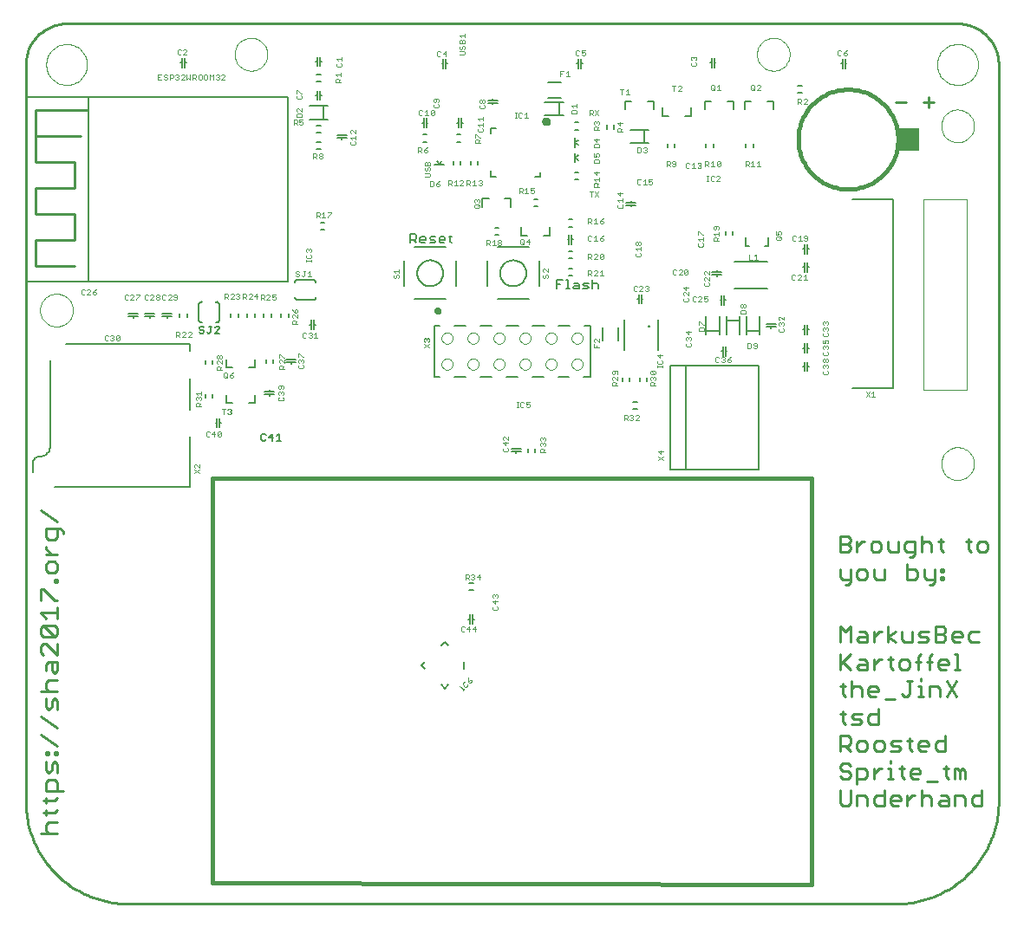
<source format=gto>
G75*
%MOIN*%
%OFA0B0*%
%FSLAX24Y24*%
%IPPOS*%
%LPD*%
%AMOC8*
5,1,8,0,0,1.08239X$1,22.5*
%
%ADD10C,0.0160*%
%ADD11C,0.0100*%
%ADD12C,0.0000*%
%ADD13C,0.0039*%
%ADD14C,0.0060*%
%ADD15C,0.0040*%
%ADD16R,0.0827X0.0866*%
%ADD17C,0.0110*%
%ADD18C,0.0080*%
%ADD19C,0.0050*%
D10*
X009156Y005735D02*
X009156Y021325D01*
X032187Y021325D01*
X032187Y005695D01*
X009156Y005735D01*
X017771Y027758D02*
X017773Y027771D01*
X017778Y027784D01*
X017787Y027795D01*
X017798Y027802D01*
X017811Y027807D01*
X017824Y027808D01*
X017838Y027805D01*
X017850Y027799D01*
X017860Y027790D01*
X017867Y027778D01*
X017871Y027765D01*
X017871Y027751D01*
X017867Y027738D01*
X017860Y027726D01*
X017850Y027717D01*
X017838Y027711D01*
X017824Y027708D01*
X017811Y027709D01*
X017798Y027714D01*
X017787Y027721D01*
X017778Y027732D01*
X017773Y027745D01*
X017771Y027758D01*
X021918Y035046D02*
X021920Y035064D01*
X021926Y035080D01*
X021935Y035095D01*
X021948Y035108D01*
X021963Y035117D01*
X021979Y035123D01*
X021997Y035125D01*
X022015Y035123D01*
X022031Y035117D01*
X022046Y035108D01*
X022059Y035095D01*
X022068Y035080D01*
X022074Y035064D01*
X022076Y035046D01*
X022074Y035028D01*
X022068Y035012D01*
X022059Y034997D01*
X022046Y034984D01*
X022031Y034975D01*
X022015Y034969D01*
X021997Y034967D01*
X021979Y034969D01*
X021963Y034975D01*
X021948Y034984D01*
X021935Y034997D01*
X021926Y035012D01*
X021920Y035028D01*
X021918Y035046D01*
X031686Y034357D02*
X031688Y034444D01*
X031694Y034532D01*
X031704Y034618D01*
X031718Y034705D01*
X031736Y034790D01*
X031757Y034875D01*
X031783Y034958D01*
X031812Y035041D01*
X031845Y035122D01*
X031881Y035201D01*
X031922Y035278D01*
X031965Y035354D01*
X032012Y035428D01*
X032063Y035499D01*
X032116Y035568D01*
X032173Y035635D01*
X032233Y035698D01*
X032295Y035759D01*
X032360Y035818D01*
X032428Y035873D01*
X032498Y035925D01*
X032571Y035974D01*
X032645Y036019D01*
X032722Y036061D01*
X032801Y036099D01*
X032881Y036134D01*
X032962Y036165D01*
X033045Y036193D01*
X033129Y036216D01*
X033215Y036236D01*
X033300Y036252D01*
X033387Y036264D01*
X033474Y036272D01*
X033561Y036276D01*
X033649Y036276D01*
X033736Y036272D01*
X033823Y036264D01*
X033910Y036252D01*
X033995Y036236D01*
X034081Y036216D01*
X034165Y036193D01*
X034248Y036165D01*
X034329Y036134D01*
X034409Y036099D01*
X034488Y036061D01*
X034564Y036019D01*
X034639Y035974D01*
X034712Y035925D01*
X034782Y035873D01*
X034850Y035818D01*
X034915Y035759D01*
X034977Y035698D01*
X035037Y035635D01*
X035094Y035568D01*
X035147Y035499D01*
X035198Y035428D01*
X035245Y035354D01*
X035288Y035278D01*
X035329Y035201D01*
X035365Y035122D01*
X035398Y035041D01*
X035427Y034958D01*
X035453Y034875D01*
X035474Y034790D01*
X035492Y034705D01*
X035506Y034618D01*
X035516Y034532D01*
X035522Y034444D01*
X035524Y034357D01*
X035522Y034270D01*
X035516Y034182D01*
X035506Y034096D01*
X035492Y034009D01*
X035474Y033924D01*
X035453Y033839D01*
X035427Y033756D01*
X035398Y033673D01*
X035365Y033592D01*
X035329Y033513D01*
X035288Y033436D01*
X035245Y033360D01*
X035198Y033286D01*
X035147Y033215D01*
X035094Y033146D01*
X035037Y033079D01*
X034977Y033016D01*
X034915Y032955D01*
X034850Y032896D01*
X034782Y032841D01*
X034712Y032789D01*
X034639Y032740D01*
X034565Y032695D01*
X034488Y032653D01*
X034409Y032615D01*
X034329Y032580D01*
X034248Y032549D01*
X034165Y032521D01*
X034081Y032498D01*
X033995Y032478D01*
X033910Y032462D01*
X033823Y032450D01*
X033736Y032442D01*
X033649Y032438D01*
X033561Y032438D01*
X033474Y032442D01*
X033387Y032450D01*
X033300Y032462D01*
X033215Y032478D01*
X033129Y032498D01*
X033045Y032521D01*
X032962Y032549D01*
X032881Y032580D01*
X032801Y032615D01*
X032722Y032653D01*
X032645Y032695D01*
X032571Y032740D01*
X032498Y032789D01*
X032428Y032841D01*
X032360Y032896D01*
X032295Y032955D01*
X032233Y033016D01*
X032173Y033079D01*
X032116Y033146D01*
X032063Y033215D01*
X032012Y033286D01*
X031965Y033360D01*
X031922Y033436D01*
X031881Y033513D01*
X031845Y033592D01*
X031812Y033673D01*
X031783Y033756D01*
X031757Y033839D01*
X031736Y033924D01*
X031718Y034009D01*
X031704Y034096D01*
X031694Y034182D01*
X031688Y034270D01*
X031686Y034357D01*
D11*
X035455Y004947D02*
X005927Y004947D01*
X005803Y004949D01*
X005680Y004955D01*
X005556Y004964D01*
X005434Y004978D01*
X005311Y004995D01*
X005189Y005017D01*
X005068Y005042D01*
X004948Y005071D01*
X004829Y005103D01*
X004710Y005140D01*
X004593Y005180D01*
X004478Y005223D01*
X004363Y005271D01*
X004251Y005322D01*
X004140Y005376D01*
X004030Y005434D01*
X003923Y005495D01*
X003817Y005560D01*
X003714Y005628D01*
X003613Y005699D01*
X003514Y005773D01*
X003417Y005850D01*
X003323Y005931D01*
X003232Y006014D01*
X003143Y006100D01*
X003057Y006189D01*
X002974Y006280D01*
X002893Y006374D01*
X002816Y006471D01*
X002742Y006570D01*
X002671Y006671D01*
X002603Y006774D01*
X002538Y006880D01*
X002477Y006987D01*
X002419Y007097D01*
X002365Y007208D01*
X002314Y007320D01*
X002266Y007435D01*
X002223Y007550D01*
X002183Y007667D01*
X002146Y007786D01*
X002114Y007905D01*
X002085Y008025D01*
X002060Y008146D01*
X002038Y008268D01*
X002021Y008391D01*
X002007Y008513D01*
X001998Y008637D01*
X001992Y008760D01*
X001990Y008884D01*
X001990Y037231D01*
X001992Y037308D01*
X001998Y037385D01*
X002007Y037462D01*
X002020Y037538D01*
X002037Y037614D01*
X002058Y037688D01*
X002082Y037762D01*
X002110Y037834D01*
X002141Y037904D01*
X002176Y037973D01*
X002214Y038041D01*
X002255Y038106D01*
X002300Y038169D01*
X002348Y038230D01*
X002398Y038289D01*
X002451Y038345D01*
X002507Y038398D01*
X002566Y038448D01*
X002627Y038496D01*
X002690Y038541D01*
X002755Y038582D01*
X002823Y038620D01*
X002892Y038655D01*
X002962Y038686D01*
X003034Y038714D01*
X003108Y038738D01*
X003182Y038759D01*
X003258Y038776D01*
X003334Y038789D01*
X003411Y038798D01*
X003488Y038804D01*
X003565Y038806D01*
X037817Y038806D01*
X037894Y038804D01*
X037971Y038798D01*
X038048Y038789D01*
X038124Y038776D01*
X038200Y038759D01*
X038274Y038738D01*
X038348Y038714D01*
X038420Y038686D01*
X038490Y038655D01*
X038559Y038620D01*
X038627Y038582D01*
X038692Y038541D01*
X038755Y038496D01*
X038816Y038448D01*
X038875Y038398D01*
X038931Y038345D01*
X038984Y038289D01*
X039034Y038230D01*
X039082Y038169D01*
X039127Y038106D01*
X039168Y038041D01*
X039206Y037973D01*
X039241Y037904D01*
X039272Y037834D01*
X039300Y037762D01*
X039324Y037688D01*
X039345Y037614D01*
X039362Y037538D01*
X039375Y037462D01*
X039384Y037385D01*
X039390Y037308D01*
X039392Y037231D01*
X039392Y008884D01*
X039390Y008760D01*
X039384Y008637D01*
X039375Y008513D01*
X039361Y008391D01*
X039344Y008268D01*
X039322Y008146D01*
X039297Y008025D01*
X039268Y007905D01*
X039236Y007786D01*
X039199Y007667D01*
X039159Y007550D01*
X039116Y007435D01*
X039068Y007320D01*
X039017Y007208D01*
X038963Y007097D01*
X038905Y006987D01*
X038844Y006880D01*
X038779Y006774D01*
X038711Y006671D01*
X038640Y006570D01*
X038566Y006471D01*
X038489Y006374D01*
X038408Y006280D01*
X038325Y006189D01*
X038239Y006100D01*
X038150Y006014D01*
X038059Y005931D01*
X037965Y005850D01*
X037868Y005773D01*
X037769Y005699D01*
X037668Y005628D01*
X037565Y005560D01*
X037459Y005495D01*
X037352Y005434D01*
X037242Y005376D01*
X037131Y005322D01*
X037019Y005271D01*
X036904Y005223D01*
X036789Y005180D01*
X036672Y005140D01*
X036553Y005103D01*
X036434Y005071D01*
X036314Y005042D01*
X036193Y005017D01*
X036071Y004995D01*
X035948Y004978D01*
X035826Y004964D01*
X035702Y004955D01*
X035579Y004949D01*
X035455Y004947D01*
X004107Y034491D02*
X002357Y034491D01*
X002357Y035491D01*
X004357Y035491D01*
X003857Y033491D02*
X002357Y033491D01*
X002357Y034491D01*
X003857Y033491D02*
X003857Y032491D01*
X002357Y032491D01*
X002357Y031491D01*
X003857Y031491D01*
X003857Y030491D01*
X002357Y030491D01*
X002357Y029491D01*
X003857Y029491D01*
D12*
X002541Y027782D02*
X002543Y027832D01*
X002549Y027882D01*
X002559Y027931D01*
X002573Y027979D01*
X002590Y028026D01*
X002611Y028071D01*
X002636Y028115D01*
X002664Y028156D01*
X002696Y028195D01*
X002730Y028232D01*
X002767Y028266D01*
X002807Y028296D01*
X002849Y028323D01*
X002893Y028347D01*
X002939Y028368D01*
X002986Y028384D01*
X003034Y028397D01*
X003084Y028406D01*
X003133Y028411D01*
X003184Y028412D01*
X003234Y028409D01*
X003283Y028402D01*
X003332Y028391D01*
X003380Y028376D01*
X003426Y028358D01*
X003471Y028336D01*
X003514Y028310D01*
X003555Y028281D01*
X003594Y028249D01*
X003630Y028214D01*
X003662Y028176D01*
X003692Y028136D01*
X003719Y028093D01*
X003742Y028049D01*
X003761Y028003D01*
X003777Y027955D01*
X003789Y027906D01*
X003797Y027857D01*
X003801Y027807D01*
X003801Y027757D01*
X003797Y027707D01*
X003789Y027658D01*
X003777Y027609D01*
X003761Y027561D01*
X003742Y027515D01*
X003719Y027471D01*
X003692Y027428D01*
X003662Y027388D01*
X003630Y027350D01*
X003594Y027315D01*
X003555Y027283D01*
X003514Y027254D01*
X003471Y027228D01*
X003426Y027206D01*
X003380Y027188D01*
X003332Y027173D01*
X003283Y027162D01*
X003234Y027155D01*
X003184Y027152D01*
X003133Y027153D01*
X003084Y027158D01*
X003034Y027167D01*
X002986Y027180D01*
X002939Y027196D01*
X002893Y027217D01*
X002849Y027241D01*
X002807Y027268D01*
X002767Y027298D01*
X002730Y027332D01*
X002696Y027369D01*
X002664Y027408D01*
X002636Y027449D01*
X002611Y027493D01*
X002590Y027538D01*
X002573Y027585D01*
X002559Y027633D01*
X002549Y027682D01*
X002543Y027732D01*
X002541Y027782D01*
X002778Y037231D02*
X002780Y037287D01*
X002786Y037342D01*
X002796Y037396D01*
X002809Y037450D01*
X002827Y037503D01*
X002848Y037554D01*
X002872Y037604D01*
X002900Y037652D01*
X002932Y037698D01*
X002966Y037742D01*
X003004Y037783D01*
X003044Y037821D01*
X003087Y037856D01*
X003132Y037888D01*
X003180Y037917D01*
X003229Y037943D01*
X003280Y037965D01*
X003332Y037983D01*
X003386Y037997D01*
X003441Y038008D01*
X003496Y038015D01*
X003551Y038018D01*
X003607Y038017D01*
X003662Y038012D01*
X003717Y038003D01*
X003771Y037991D01*
X003824Y037974D01*
X003876Y037954D01*
X003926Y037930D01*
X003974Y037903D01*
X004021Y037873D01*
X004065Y037839D01*
X004107Y037802D01*
X004145Y037762D01*
X004182Y037720D01*
X004215Y037675D01*
X004244Y037629D01*
X004271Y037580D01*
X004293Y037529D01*
X004313Y037477D01*
X004328Y037423D01*
X004340Y037369D01*
X004348Y037314D01*
X004352Y037259D01*
X004352Y037203D01*
X004348Y037148D01*
X004340Y037093D01*
X004328Y037039D01*
X004313Y036985D01*
X004293Y036933D01*
X004271Y036882D01*
X004244Y036833D01*
X004215Y036787D01*
X004182Y036742D01*
X004145Y036700D01*
X004107Y036660D01*
X004065Y036623D01*
X004021Y036589D01*
X003974Y036559D01*
X003926Y036532D01*
X003876Y036508D01*
X003824Y036488D01*
X003771Y036471D01*
X003717Y036459D01*
X003662Y036450D01*
X003607Y036445D01*
X003551Y036444D01*
X003496Y036447D01*
X003441Y036454D01*
X003386Y036465D01*
X003332Y036479D01*
X003280Y036497D01*
X003229Y036519D01*
X003180Y036545D01*
X003132Y036574D01*
X003087Y036606D01*
X003044Y036641D01*
X003004Y036679D01*
X002966Y036720D01*
X002932Y036764D01*
X002900Y036810D01*
X002872Y036858D01*
X002848Y036908D01*
X002827Y036959D01*
X002809Y037012D01*
X002796Y037066D01*
X002786Y037120D01*
X002780Y037175D01*
X002778Y037231D01*
X010022Y037624D02*
X010024Y037674D01*
X010030Y037724D01*
X010040Y037773D01*
X010054Y037821D01*
X010071Y037868D01*
X010092Y037913D01*
X010117Y037957D01*
X010145Y037998D01*
X010177Y038037D01*
X010211Y038074D01*
X010248Y038108D01*
X010288Y038138D01*
X010330Y038165D01*
X010374Y038189D01*
X010420Y038210D01*
X010467Y038226D01*
X010515Y038239D01*
X010565Y038248D01*
X010614Y038253D01*
X010665Y038254D01*
X010715Y038251D01*
X010764Y038244D01*
X010813Y038233D01*
X010861Y038218D01*
X010907Y038200D01*
X010952Y038178D01*
X010995Y038152D01*
X011036Y038123D01*
X011075Y038091D01*
X011111Y038056D01*
X011143Y038018D01*
X011173Y037978D01*
X011200Y037935D01*
X011223Y037891D01*
X011242Y037845D01*
X011258Y037797D01*
X011270Y037748D01*
X011278Y037699D01*
X011282Y037649D01*
X011282Y037599D01*
X011278Y037549D01*
X011270Y037500D01*
X011258Y037451D01*
X011242Y037403D01*
X011223Y037357D01*
X011200Y037313D01*
X011173Y037270D01*
X011143Y037230D01*
X011111Y037192D01*
X011075Y037157D01*
X011036Y037125D01*
X010995Y037096D01*
X010952Y037070D01*
X010907Y037048D01*
X010861Y037030D01*
X010813Y037015D01*
X010764Y037004D01*
X010715Y036997D01*
X010665Y036994D01*
X010614Y036995D01*
X010565Y037000D01*
X010515Y037009D01*
X010467Y037022D01*
X010420Y037038D01*
X010374Y037059D01*
X010330Y037083D01*
X010288Y037110D01*
X010248Y037140D01*
X010211Y037174D01*
X010177Y037211D01*
X010145Y037250D01*
X010117Y037291D01*
X010092Y037335D01*
X010071Y037380D01*
X010054Y037427D01*
X010040Y037475D01*
X010030Y037524D01*
X010024Y037574D01*
X010022Y037624D01*
X017974Y026707D02*
X017976Y026736D01*
X017982Y026764D01*
X017991Y026792D01*
X018004Y026818D01*
X018021Y026841D01*
X018040Y026863D01*
X018062Y026882D01*
X018087Y026897D01*
X018113Y026910D01*
X018141Y026918D01*
X018169Y026923D01*
X018198Y026924D01*
X018227Y026921D01*
X018255Y026914D01*
X018282Y026904D01*
X018308Y026890D01*
X018331Y026873D01*
X018352Y026853D01*
X018370Y026830D01*
X018385Y026805D01*
X018396Y026778D01*
X018404Y026750D01*
X018408Y026721D01*
X018408Y026693D01*
X018404Y026664D01*
X018396Y026636D01*
X018385Y026609D01*
X018370Y026584D01*
X018352Y026561D01*
X018331Y026541D01*
X018308Y026524D01*
X018282Y026510D01*
X018255Y026500D01*
X018227Y026493D01*
X018198Y026490D01*
X018169Y026491D01*
X018141Y026496D01*
X018113Y026504D01*
X018087Y026517D01*
X018062Y026532D01*
X018040Y026551D01*
X018021Y026573D01*
X018004Y026596D01*
X017991Y026622D01*
X017982Y026650D01*
X017976Y026678D01*
X017974Y026707D01*
X017974Y025707D02*
X017976Y025736D01*
X017982Y025764D01*
X017991Y025792D01*
X018004Y025818D01*
X018021Y025841D01*
X018040Y025863D01*
X018062Y025882D01*
X018087Y025897D01*
X018113Y025910D01*
X018141Y025918D01*
X018169Y025923D01*
X018198Y025924D01*
X018227Y025921D01*
X018255Y025914D01*
X018282Y025904D01*
X018308Y025890D01*
X018331Y025873D01*
X018352Y025853D01*
X018370Y025830D01*
X018385Y025805D01*
X018396Y025778D01*
X018404Y025750D01*
X018408Y025721D01*
X018408Y025693D01*
X018404Y025664D01*
X018396Y025636D01*
X018385Y025609D01*
X018370Y025584D01*
X018352Y025561D01*
X018331Y025541D01*
X018308Y025524D01*
X018282Y025510D01*
X018255Y025500D01*
X018227Y025493D01*
X018198Y025490D01*
X018169Y025491D01*
X018141Y025496D01*
X018113Y025504D01*
X018087Y025517D01*
X018062Y025532D01*
X018040Y025551D01*
X018021Y025573D01*
X018004Y025596D01*
X017991Y025622D01*
X017982Y025650D01*
X017976Y025678D01*
X017974Y025707D01*
X018974Y025707D02*
X018976Y025736D01*
X018982Y025764D01*
X018991Y025792D01*
X019004Y025818D01*
X019021Y025841D01*
X019040Y025863D01*
X019062Y025882D01*
X019087Y025897D01*
X019113Y025910D01*
X019141Y025918D01*
X019169Y025923D01*
X019198Y025924D01*
X019227Y025921D01*
X019255Y025914D01*
X019282Y025904D01*
X019308Y025890D01*
X019331Y025873D01*
X019352Y025853D01*
X019370Y025830D01*
X019385Y025805D01*
X019396Y025778D01*
X019404Y025750D01*
X019408Y025721D01*
X019408Y025693D01*
X019404Y025664D01*
X019396Y025636D01*
X019385Y025609D01*
X019370Y025584D01*
X019352Y025561D01*
X019331Y025541D01*
X019308Y025524D01*
X019282Y025510D01*
X019255Y025500D01*
X019227Y025493D01*
X019198Y025490D01*
X019169Y025491D01*
X019141Y025496D01*
X019113Y025504D01*
X019087Y025517D01*
X019062Y025532D01*
X019040Y025551D01*
X019021Y025573D01*
X019004Y025596D01*
X018991Y025622D01*
X018982Y025650D01*
X018976Y025678D01*
X018974Y025707D01*
X018974Y026707D02*
X018976Y026736D01*
X018982Y026764D01*
X018991Y026792D01*
X019004Y026818D01*
X019021Y026841D01*
X019040Y026863D01*
X019062Y026882D01*
X019087Y026897D01*
X019113Y026910D01*
X019141Y026918D01*
X019169Y026923D01*
X019198Y026924D01*
X019227Y026921D01*
X019255Y026914D01*
X019282Y026904D01*
X019308Y026890D01*
X019331Y026873D01*
X019352Y026853D01*
X019370Y026830D01*
X019385Y026805D01*
X019396Y026778D01*
X019404Y026750D01*
X019408Y026721D01*
X019408Y026693D01*
X019404Y026664D01*
X019396Y026636D01*
X019385Y026609D01*
X019370Y026584D01*
X019352Y026561D01*
X019331Y026541D01*
X019308Y026524D01*
X019282Y026510D01*
X019255Y026500D01*
X019227Y026493D01*
X019198Y026490D01*
X019169Y026491D01*
X019141Y026496D01*
X019113Y026504D01*
X019087Y026517D01*
X019062Y026532D01*
X019040Y026551D01*
X019021Y026573D01*
X019004Y026596D01*
X018991Y026622D01*
X018982Y026650D01*
X018976Y026678D01*
X018974Y026707D01*
X019974Y026707D02*
X019976Y026736D01*
X019982Y026764D01*
X019991Y026792D01*
X020004Y026818D01*
X020021Y026841D01*
X020040Y026863D01*
X020062Y026882D01*
X020087Y026897D01*
X020113Y026910D01*
X020141Y026918D01*
X020169Y026923D01*
X020198Y026924D01*
X020227Y026921D01*
X020255Y026914D01*
X020282Y026904D01*
X020308Y026890D01*
X020331Y026873D01*
X020352Y026853D01*
X020370Y026830D01*
X020385Y026805D01*
X020396Y026778D01*
X020404Y026750D01*
X020408Y026721D01*
X020408Y026693D01*
X020404Y026664D01*
X020396Y026636D01*
X020385Y026609D01*
X020370Y026584D01*
X020352Y026561D01*
X020331Y026541D01*
X020308Y026524D01*
X020282Y026510D01*
X020255Y026500D01*
X020227Y026493D01*
X020198Y026490D01*
X020169Y026491D01*
X020141Y026496D01*
X020113Y026504D01*
X020087Y026517D01*
X020062Y026532D01*
X020040Y026551D01*
X020021Y026573D01*
X020004Y026596D01*
X019991Y026622D01*
X019982Y026650D01*
X019976Y026678D01*
X019974Y026707D01*
X019974Y025707D02*
X019976Y025736D01*
X019982Y025764D01*
X019991Y025792D01*
X020004Y025818D01*
X020021Y025841D01*
X020040Y025863D01*
X020062Y025882D01*
X020087Y025897D01*
X020113Y025910D01*
X020141Y025918D01*
X020169Y025923D01*
X020198Y025924D01*
X020227Y025921D01*
X020255Y025914D01*
X020282Y025904D01*
X020308Y025890D01*
X020331Y025873D01*
X020352Y025853D01*
X020370Y025830D01*
X020385Y025805D01*
X020396Y025778D01*
X020404Y025750D01*
X020408Y025721D01*
X020408Y025693D01*
X020404Y025664D01*
X020396Y025636D01*
X020385Y025609D01*
X020370Y025584D01*
X020352Y025561D01*
X020331Y025541D01*
X020308Y025524D01*
X020282Y025510D01*
X020255Y025500D01*
X020227Y025493D01*
X020198Y025490D01*
X020169Y025491D01*
X020141Y025496D01*
X020113Y025504D01*
X020087Y025517D01*
X020062Y025532D01*
X020040Y025551D01*
X020021Y025573D01*
X020004Y025596D01*
X019991Y025622D01*
X019982Y025650D01*
X019976Y025678D01*
X019974Y025707D01*
X020974Y025707D02*
X020976Y025736D01*
X020982Y025764D01*
X020991Y025792D01*
X021004Y025818D01*
X021021Y025841D01*
X021040Y025863D01*
X021062Y025882D01*
X021087Y025897D01*
X021113Y025910D01*
X021141Y025918D01*
X021169Y025923D01*
X021198Y025924D01*
X021227Y025921D01*
X021255Y025914D01*
X021282Y025904D01*
X021308Y025890D01*
X021331Y025873D01*
X021352Y025853D01*
X021370Y025830D01*
X021385Y025805D01*
X021396Y025778D01*
X021404Y025750D01*
X021408Y025721D01*
X021408Y025693D01*
X021404Y025664D01*
X021396Y025636D01*
X021385Y025609D01*
X021370Y025584D01*
X021352Y025561D01*
X021331Y025541D01*
X021308Y025524D01*
X021282Y025510D01*
X021255Y025500D01*
X021227Y025493D01*
X021198Y025490D01*
X021169Y025491D01*
X021141Y025496D01*
X021113Y025504D01*
X021087Y025517D01*
X021062Y025532D01*
X021040Y025551D01*
X021021Y025573D01*
X021004Y025596D01*
X020991Y025622D01*
X020982Y025650D01*
X020976Y025678D01*
X020974Y025707D01*
X020974Y026707D02*
X020976Y026736D01*
X020982Y026764D01*
X020991Y026792D01*
X021004Y026818D01*
X021021Y026841D01*
X021040Y026863D01*
X021062Y026882D01*
X021087Y026897D01*
X021113Y026910D01*
X021141Y026918D01*
X021169Y026923D01*
X021198Y026924D01*
X021227Y026921D01*
X021255Y026914D01*
X021282Y026904D01*
X021308Y026890D01*
X021331Y026873D01*
X021352Y026853D01*
X021370Y026830D01*
X021385Y026805D01*
X021396Y026778D01*
X021404Y026750D01*
X021408Y026721D01*
X021408Y026693D01*
X021404Y026664D01*
X021396Y026636D01*
X021385Y026609D01*
X021370Y026584D01*
X021352Y026561D01*
X021331Y026541D01*
X021308Y026524D01*
X021282Y026510D01*
X021255Y026500D01*
X021227Y026493D01*
X021198Y026490D01*
X021169Y026491D01*
X021141Y026496D01*
X021113Y026504D01*
X021087Y026517D01*
X021062Y026532D01*
X021040Y026551D01*
X021021Y026573D01*
X021004Y026596D01*
X020991Y026622D01*
X020982Y026650D01*
X020976Y026678D01*
X020974Y026707D01*
X021974Y026707D02*
X021976Y026736D01*
X021982Y026764D01*
X021991Y026792D01*
X022004Y026818D01*
X022021Y026841D01*
X022040Y026863D01*
X022062Y026882D01*
X022087Y026897D01*
X022113Y026910D01*
X022141Y026918D01*
X022169Y026923D01*
X022198Y026924D01*
X022227Y026921D01*
X022255Y026914D01*
X022282Y026904D01*
X022308Y026890D01*
X022331Y026873D01*
X022352Y026853D01*
X022370Y026830D01*
X022385Y026805D01*
X022396Y026778D01*
X022404Y026750D01*
X022408Y026721D01*
X022408Y026693D01*
X022404Y026664D01*
X022396Y026636D01*
X022385Y026609D01*
X022370Y026584D01*
X022352Y026561D01*
X022331Y026541D01*
X022308Y026524D01*
X022282Y026510D01*
X022255Y026500D01*
X022227Y026493D01*
X022198Y026490D01*
X022169Y026491D01*
X022141Y026496D01*
X022113Y026504D01*
X022087Y026517D01*
X022062Y026532D01*
X022040Y026551D01*
X022021Y026573D01*
X022004Y026596D01*
X021991Y026622D01*
X021982Y026650D01*
X021976Y026678D01*
X021974Y026707D01*
X021974Y025707D02*
X021976Y025736D01*
X021982Y025764D01*
X021991Y025792D01*
X022004Y025818D01*
X022021Y025841D01*
X022040Y025863D01*
X022062Y025882D01*
X022087Y025897D01*
X022113Y025910D01*
X022141Y025918D01*
X022169Y025923D01*
X022198Y025924D01*
X022227Y025921D01*
X022255Y025914D01*
X022282Y025904D01*
X022308Y025890D01*
X022331Y025873D01*
X022352Y025853D01*
X022370Y025830D01*
X022385Y025805D01*
X022396Y025778D01*
X022404Y025750D01*
X022408Y025721D01*
X022408Y025693D01*
X022404Y025664D01*
X022396Y025636D01*
X022385Y025609D01*
X022370Y025584D01*
X022352Y025561D01*
X022331Y025541D01*
X022308Y025524D01*
X022282Y025510D01*
X022255Y025500D01*
X022227Y025493D01*
X022198Y025490D01*
X022169Y025491D01*
X022141Y025496D01*
X022113Y025504D01*
X022087Y025517D01*
X022062Y025532D01*
X022040Y025551D01*
X022021Y025573D01*
X022004Y025596D01*
X021991Y025622D01*
X021982Y025650D01*
X021976Y025678D01*
X021974Y025707D01*
X022974Y025707D02*
X022976Y025736D01*
X022982Y025764D01*
X022991Y025792D01*
X023004Y025818D01*
X023021Y025841D01*
X023040Y025863D01*
X023062Y025882D01*
X023087Y025897D01*
X023113Y025910D01*
X023141Y025918D01*
X023169Y025923D01*
X023198Y025924D01*
X023227Y025921D01*
X023255Y025914D01*
X023282Y025904D01*
X023308Y025890D01*
X023331Y025873D01*
X023352Y025853D01*
X023370Y025830D01*
X023385Y025805D01*
X023396Y025778D01*
X023404Y025750D01*
X023408Y025721D01*
X023408Y025693D01*
X023404Y025664D01*
X023396Y025636D01*
X023385Y025609D01*
X023370Y025584D01*
X023352Y025561D01*
X023331Y025541D01*
X023308Y025524D01*
X023282Y025510D01*
X023255Y025500D01*
X023227Y025493D01*
X023198Y025490D01*
X023169Y025491D01*
X023141Y025496D01*
X023113Y025504D01*
X023087Y025517D01*
X023062Y025532D01*
X023040Y025551D01*
X023021Y025573D01*
X023004Y025596D01*
X022991Y025622D01*
X022982Y025650D01*
X022976Y025678D01*
X022974Y025707D01*
X022974Y026707D02*
X022976Y026736D01*
X022982Y026764D01*
X022991Y026792D01*
X023004Y026818D01*
X023021Y026841D01*
X023040Y026863D01*
X023062Y026882D01*
X023087Y026897D01*
X023113Y026910D01*
X023141Y026918D01*
X023169Y026923D01*
X023198Y026924D01*
X023227Y026921D01*
X023255Y026914D01*
X023282Y026904D01*
X023308Y026890D01*
X023331Y026873D01*
X023352Y026853D01*
X023370Y026830D01*
X023385Y026805D01*
X023396Y026778D01*
X023404Y026750D01*
X023408Y026721D01*
X023408Y026693D01*
X023404Y026664D01*
X023396Y026636D01*
X023385Y026609D01*
X023370Y026584D01*
X023352Y026561D01*
X023331Y026541D01*
X023308Y026524D01*
X023282Y026510D01*
X023255Y026500D01*
X023227Y026493D01*
X023198Y026490D01*
X023169Y026491D01*
X023141Y026496D01*
X023113Y026504D01*
X023087Y026517D01*
X023062Y026532D01*
X023040Y026551D01*
X023021Y026573D01*
X023004Y026596D01*
X022991Y026622D01*
X022982Y026650D01*
X022976Y026678D01*
X022974Y026707D01*
X030101Y037624D02*
X030103Y037674D01*
X030109Y037724D01*
X030119Y037773D01*
X030133Y037821D01*
X030150Y037868D01*
X030171Y037913D01*
X030196Y037957D01*
X030224Y037998D01*
X030256Y038037D01*
X030290Y038074D01*
X030327Y038108D01*
X030367Y038138D01*
X030409Y038165D01*
X030453Y038189D01*
X030499Y038210D01*
X030546Y038226D01*
X030594Y038239D01*
X030644Y038248D01*
X030693Y038253D01*
X030744Y038254D01*
X030794Y038251D01*
X030843Y038244D01*
X030892Y038233D01*
X030940Y038218D01*
X030986Y038200D01*
X031031Y038178D01*
X031074Y038152D01*
X031115Y038123D01*
X031154Y038091D01*
X031190Y038056D01*
X031222Y038018D01*
X031252Y037978D01*
X031279Y037935D01*
X031302Y037891D01*
X031321Y037845D01*
X031337Y037797D01*
X031349Y037748D01*
X031357Y037699D01*
X031361Y037649D01*
X031361Y037599D01*
X031357Y037549D01*
X031349Y037500D01*
X031337Y037451D01*
X031321Y037403D01*
X031302Y037357D01*
X031279Y037313D01*
X031252Y037270D01*
X031222Y037230D01*
X031190Y037192D01*
X031154Y037157D01*
X031115Y037125D01*
X031074Y037096D01*
X031031Y037070D01*
X030986Y037048D01*
X030940Y037030D01*
X030892Y037015D01*
X030843Y037004D01*
X030794Y036997D01*
X030744Y036994D01*
X030693Y036995D01*
X030644Y037000D01*
X030594Y037009D01*
X030546Y037022D01*
X030499Y037038D01*
X030453Y037059D01*
X030409Y037083D01*
X030367Y037110D01*
X030327Y037140D01*
X030290Y037174D01*
X030256Y037211D01*
X030224Y037250D01*
X030196Y037291D01*
X030171Y037335D01*
X030150Y037380D01*
X030133Y037427D01*
X030119Y037475D01*
X030109Y037524D01*
X030103Y037574D01*
X030101Y037624D01*
X036518Y032034D02*
X036518Y031561D01*
X037187Y034869D02*
X037189Y034919D01*
X037195Y034969D01*
X037205Y035018D01*
X037219Y035066D01*
X037236Y035113D01*
X037257Y035158D01*
X037282Y035202D01*
X037310Y035243D01*
X037342Y035282D01*
X037376Y035319D01*
X037413Y035353D01*
X037453Y035383D01*
X037495Y035410D01*
X037539Y035434D01*
X037585Y035455D01*
X037632Y035471D01*
X037680Y035484D01*
X037730Y035493D01*
X037779Y035498D01*
X037830Y035499D01*
X037880Y035496D01*
X037929Y035489D01*
X037978Y035478D01*
X038026Y035463D01*
X038072Y035445D01*
X038117Y035423D01*
X038160Y035397D01*
X038201Y035368D01*
X038240Y035336D01*
X038276Y035301D01*
X038308Y035263D01*
X038338Y035223D01*
X038365Y035180D01*
X038388Y035136D01*
X038407Y035090D01*
X038423Y035042D01*
X038435Y034993D01*
X038443Y034944D01*
X038447Y034894D01*
X038447Y034844D01*
X038443Y034794D01*
X038435Y034745D01*
X038423Y034696D01*
X038407Y034648D01*
X038388Y034602D01*
X038365Y034558D01*
X038338Y034515D01*
X038308Y034475D01*
X038276Y034437D01*
X038240Y034402D01*
X038201Y034370D01*
X038160Y034341D01*
X038117Y034315D01*
X038072Y034293D01*
X038026Y034275D01*
X037978Y034260D01*
X037929Y034249D01*
X037880Y034242D01*
X037830Y034239D01*
X037779Y034240D01*
X037730Y034245D01*
X037680Y034254D01*
X037632Y034267D01*
X037585Y034283D01*
X037539Y034304D01*
X037495Y034328D01*
X037453Y034355D01*
X037413Y034385D01*
X037376Y034419D01*
X037342Y034456D01*
X037310Y034495D01*
X037282Y034536D01*
X037257Y034580D01*
X037236Y034625D01*
X037219Y034672D01*
X037205Y034720D01*
X037195Y034769D01*
X037189Y034819D01*
X037187Y034869D01*
X037030Y037231D02*
X037032Y037287D01*
X037038Y037342D01*
X037048Y037396D01*
X037061Y037450D01*
X037079Y037503D01*
X037100Y037554D01*
X037124Y037604D01*
X037152Y037652D01*
X037184Y037698D01*
X037218Y037742D01*
X037256Y037783D01*
X037296Y037821D01*
X037339Y037856D01*
X037384Y037888D01*
X037432Y037917D01*
X037481Y037943D01*
X037532Y037965D01*
X037584Y037983D01*
X037638Y037997D01*
X037693Y038008D01*
X037748Y038015D01*
X037803Y038018D01*
X037859Y038017D01*
X037914Y038012D01*
X037969Y038003D01*
X038023Y037991D01*
X038076Y037974D01*
X038128Y037954D01*
X038178Y037930D01*
X038226Y037903D01*
X038273Y037873D01*
X038317Y037839D01*
X038359Y037802D01*
X038397Y037762D01*
X038434Y037720D01*
X038467Y037675D01*
X038496Y037629D01*
X038523Y037580D01*
X038545Y037529D01*
X038565Y037477D01*
X038580Y037423D01*
X038592Y037369D01*
X038600Y037314D01*
X038604Y037259D01*
X038604Y037203D01*
X038600Y037148D01*
X038592Y037093D01*
X038580Y037039D01*
X038565Y036985D01*
X038545Y036933D01*
X038523Y036882D01*
X038496Y036833D01*
X038467Y036787D01*
X038434Y036742D01*
X038397Y036700D01*
X038359Y036660D01*
X038317Y036623D01*
X038273Y036589D01*
X038226Y036559D01*
X038178Y036532D01*
X038128Y036508D01*
X038076Y036488D01*
X038023Y036471D01*
X037969Y036459D01*
X037914Y036450D01*
X037859Y036445D01*
X037803Y036444D01*
X037748Y036447D01*
X037693Y036454D01*
X037638Y036465D01*
X037584Y036479D01*
X037532Y036497D01*
X037481Y036519D01*
X037432Y036545D01*
X037384Y036574D01*
X037339Y036606D01*
X037296Y036641D01*
X037256Y036679D01*
X037218Y036720D01*
X037184Y036764D01*
X037152Y036810D01*
X037124Y036858D01*
X037100Y036908D01*
X037079Y036959D01*
X037061Y037012D01*
X037048Y037066D01*
X037038Y037120D01*
X037032Y037175D01*
X037030Y037231D01*
X037187Y021876D02*
X037189Y021926D01*
X037195Y021976D01*
X037205Y022025D01*
X037219Y022073D01*
X037236Y022120D01*
X037257Y022165D01*
X037282Y022209D01*
X037310Y022250D01*
X037342Y022289D01*
X037376Y022326D01*
X037413Y022360D01*
X037453Y022390D01*
X037495Y022417D01*
X037539Y022441D01*
X037585Y022462D01*
X037632Y022478D01*
X037680Y022491D01*
X037730Y022500D01*
X037779Y022505D01*
X037830Y022506D01*
X037880Y022503D01*
X037929Y022496D01*
X037978Y022485D01*
X038026Y022470D01*
X038072Y022452D01*
X038117Y022430D01*
X038160Y022404D01*
X038201Y022375D01*
X038240Y022343D01*
X038276Y022308D01*
X038308Y022270D01*
X038338Y022230D01*
X038365Y022187D01*
X038388Y022143D01*
X038407Y022097D01*
X038423Y022049D01*
X038435Y022000D01*
X038443Y021951D01*
X038447Y021901D01*
X038447Y021851D01*
X038443Y021801D01*
X038435Y021752D01*
X038423Y021703D01*
X038407Y021655D01*
X038388Y021609D01*
X038365Y021565D01*
X038338Y021522D01*
X038308Y021482D01*
X038276Y021444D01*
X038240Y021409D01*
X038201Y021377D01*
X038160Y021348D01*
X038117Y021322D01*
X038072Y021300D01*
X038026Y021282D01*
X037978Y021267D01*
X037929Y021256D01*
X037880Y021249D01*
X037830Y021246D01*
X037779Y021247D01*
X037730Y021252D01*
X037680Y021261D01*
X037632Y021274D01*
X037585Y021290D01*
X037539Y021311D01*
X037495Y021335D01*
X037453Y021362D01*
X037413Y021392D01*
X037376Y021426D01*
X037342Y021463D01*
X037310Y021502D01*
X037282Y021543D01*
X037257Y021587D01*
X037236Y021632D01*
X037219Y021679D01*
X037205Y021727D01*
X037195Y021776D01*
X037189Y021826D01*
X037187Y021876D01*
D13*
X036518Y024711D02*
X036518Y032034D01*
X038171Y032034D01*
X038171Y024711D01*
X036518Y024711D01*
D14*
X032095Y025617D02*
X032040Y025617D01*
X032040Y025437D01*
X031940Y025437D02*
X031940Y025617D01*
X031885Y025617D01*
X031940Y025617D02*
X031940Y025797D01*
X032040Y025797D02*
X032040Y025617D01*
X032040Y026145D02*
X032040Y026325D01*
X032095Y026325D01*
X032040Y026325D02*
X032040Y026505D01*
X031940Y026505D02*
X031940Y026325D01*
X031885Y026325D01*
X031940Y026325D02*
X031940Y026145D01*
X031940Y026854D02*
X031940Y027034D01*
X031885Y027034D01*
X031940Y027034D02*
X031940Y027214D01*
X032040Y027214D02*
X032040Y027034D01*
X032095Y027034D01*
X032040Y027034D02*
X032040Y026854D01*
X030832Y027141D02*
X030652Y027141D01*
X030652Y027086D01*
X030652Y027141D02*
X030472Y027141D01*
X030472Y027241D02*
X030652Y027241D01*
X030652Y027296D01*
X030652Y027241D02*
X030832Y027241D01*
X031940Y029256D02*
X031940Y029436D01*
X031885Y029436D01*
X031940Y029436D02*
X031940Y029616D01*
X032040Y029616D02*
X032040Y029436D01*
X032095Y029436D01*
X032040Y029436D02*
X032040Y029256D01*
X032040Y029964D02*
X032040Y030144D01*
X032095Y030144D01*
X032040Y030144D02*
X032040Y030324D01*
X031940Y030324D02*
X031940Y030144D01*
X031885Y030144D01*
X031940Y030144D02*
X031940Y029964D01*
X029178Y030665D02*
X029178Y030805D01*
X028898Y030805D02*
X028898Y030665D01*
X028565Y029304D02*
X028565Y029249D01*
X028745Y029249D01*
X028745Y029149D02*
X028565Y029149D01*
X028565Y029094D01*
X028565Y029149D02*
X028385Y029149D01*
X028385Y029249D02*
X028565Y029249D01*
X028751Y028356D02*
X028751Y028176D01*
X028696Y028176D01*
X028751Y028176D02*
X028751Y027996D01*
X028851Y027996D02*
X028851Y028176D01*
X028906Y028176D01*
X028851Y028176D02*
X028851Y028356D01*
X028891Y026387D02*
X028891Y026207D01*
X028946Y026207D01*
X028891Y026207D02*
X028891Y026027D01*
X028791Y026027D02*
X028791Y026207D01*
X028736Y026207D01*
X028791Y026207D02*
X028791Y026387D01*
X025871Y025175D02*
X025871Y025035D01*
X025591Y025035D02*
X025591Y025175D01*
X025201Y025175D02*
X025201Y025035D01*
X024921Y025035D02*
X024921Y025175D01*
X025346Y024261D02*
X025486Y024261D01*
X025486Y023981D02*
X025346Y023981D01*
X025562Y028035D02*
X025562Y028215D01*
X025507Y028215D01*
X025562Y028215D02*
X025562Y028395D01*
X025662Y028395D02*
X025662Y028215D01*
X025717Y028215D01*
X025662Y028215D02*
X025662Y028035D01*
X023991Y028599D02*
X023991Y028770D01*
X023935Y028826D01*
X023821Y028826D01*
X023765Y028770D01*
X023623Y028826D02*
X023453Y028826D01*
X023396Y028770D01*
X023453Y028713D01*
X023566Y028713D01*
X023623Y028656D01*
X023566Y028599D01*
X023396Y028599D01*
X023255Y028599D02*
X023085Y028599D01*
X023028Y028656D01*
X023085Y028713D01*
X023255Y028713D01*
X023255Y028770D02*
X023255Y028599D01*
X023255Y028770D02*
X023198Y028826D01*
X023085Y028826D01*
X022839Y028940D02*
X022839Y028599D01*
X022782Y028599D02*
X022896Y028599D01*
X022839Y028940D02*
X022782Y028940D01*
X022641Y028940D02*
X022414Y028940D01*
X022414Y028599D01*
X022414Y028770D02*
X022528Y028770D01*
X022865Y029099D02*
X023005Y029099D01*
X023005Y029379D02*
X022865Y029379D01*
X022865Y029768D02*
X023005Y029768D01*
X023005Y030048D02*
X022865Y030048D01*
X022885Y030319D02*
X022885Y030499D01*
X022830Y030499D01*
X022885Y030499D02*
X022885Y030679D01*
X022985Y030679D02*
X022985Y030499D01*
X023040Y030499D01*
X022985Y030499D02*
X022985Y030319D01*
X023005Y030988D02*
X022865Y030988D01*
X022865Y031268D02*
X023005Y031268D01*
X021667Y031776D02*
X021527Y031776D01*
X021527Y032056D02*
X021667Y032056D01*
X023101Y032799D02*
X023241Y032799D01*
X023241Y033079D02*
X023101Y033079D01*
X023101Y034729D02*
X023241Y034729D01*
X023241Y035009D02*
X023101Y035009D01*
X024331Y034899D02*
X024331Y034759D01*
X024611Y034759D02*
X024611Y034899D01*
X026654Y034191D02*
X026654Y034051D01*
X026934Y034051D02*
X026934Y034191D01*
X028150Y034191D02*
X028150Y034051D01*
X028430Y034051D02*
X028430Y034191D01*
X029685Y034191D02*
X029685Y034051D01*
X029965Y034051D02*
X029965Y034191D01*
X031684Y036146D02*
X031824Y036146D01*
X031824Y036426D02*
X031684Y036426D01*
X033397Y037090D02*
X033397Y037270D01*
X033342Y037270D01*
X033397Y037270D02*
X033397Y037450D01*
X033497Y037450D02*
X033497Y037270D01*
X033552Y037270D01*
X033497Y037270D02*
X033497Y037090D01*
X028513Y037310D02*
X028458Y037310D01*
X028458Y037130D01*
X028358Y037130D02*
X028358Y037310D01*
X028303Y037310D01*
X028358Y037310D02*
X028358Y037490D01*
X028458Y037490D02*
X028458Y037310D01*
X025438Y031926D02*
X025258Y031926D01*
X025258Y031981D01*
X025258Y031926D02*
X025078Y031926D01*
X025078Y031826D02*
X025258Y031826D01*
X025258Y031771D01*
X025258Y031826D02*
X025438Y031826D01*
X023765Y028940D02*
X023765Y028599D01*
X020171Y030673D02*
X020031Y030673D01*
X020031Y030953D02*
X020171Y030953D01*
X018371Y030598D02*
X018257Y030598D01*
X018314Y030655D02*
X018314Y030428D01*
X018371Y030371D01*
X018116Y030484D02*
X017889Y030484D01*
X017889Y030428D02*
X017889Y030541D01*
X017946Y030598D01*
X018059Y030598D01*
X018116Y030541D01*
X018116Y030484D01*
X018059Y030371D02*
X017946Y030371D01*
X017889Y030428D01*
X017748Y030428D02*
X017691Y030484D01*
X017578Y030484D01*
X017521Y030541D01*
X017578Y030598D01*
X017748Y030598D01*
X017748Y030428D02*
X017691Y030371D01*
X017521Y030371D01*
X017379Y030484D02*
X017152Y030484D01*
X017152Y030428D02*
X017152Y030541D01*
X017209Y030598D01*
X017323Y030598D01*
X017379Y030541D01*
X017379Y030484D01*
X017323Y030371D02*
X017209Y030371D01*
X017152Y030428D01*
X017011Y030371D02*
X016898Y030484D01*
X016954Y030484D02*
X016784Y030484D01*
X016784Y030371D02*
X016784Y030711D01*
X016954Y030711D01*
X017011Y030655D01*
X017011Y030541D01*
X016954Y030484D01*
X018425Y033381D02*
X018425Y033521D01*
X018705Y033521D02*
X018705Y033381D01*
X019094Y033381D02*
X019094Y033521D01*
X019374Y033521D02*
X019374Y033381D01*
X018714Y034256D02*
X018574Y034256D01*
X018574Y034536D02*
X018714Y034536D01*
X018733Y034807D02*
X018733Y034987D01*
X018788Y034987D01*
X018733Y034987D02*
X018733Y035167D01*
X018633Y035167D02*
X018633Y034987D01*
X018578Y034987D01*
X018633Y034987D02*
X018633Y034807D01*
X017450Y034987D02*
X017395Y034987D01*
X017395Y035167D01*
X017295Y035167D02*
X017295Y034987D01*
X017240Y034987D01*
X017295Y034987D02*
X017295Y034807D01*
X017395Y034807D02*
X017395Y034987D01*
X017415Y034536D02*
X017275Y034536D01*
X017275Y034256D02*
X017415Y034256D01*
X019763Y035763D02*
X019943Y035763D01*
X019943Y035708D01*
X019943Y035763D02*
X020123Y035763D01*
X020123Y035863D02*
X019943Y035863D01*
X019943Y035918D01*
X019943Y035863D02*
X019763Y035863D01*
X018143Y037090D02*
X018143Y037270D01*
X018198Y037270D01*
X018143Y037270D02*
X018143Y037450D01*
X018043Y037450D02*
X018043Y037270D01*
X017988Y037270D01*
X018043Y037270D02*
X018043Y037090D01*
X014329Y034499D02*
X014149Y034499D01*
X014149Y034554D01*
X014149Y034499D02*
X013969Y034499D01*
X013969Y034399D02*
X014149Y034399D01*
X014149Y034344D01*
X014149Y034399D02*
X014329Y034399D01*
X013320Y034261D02*
X013180Y034261D01*
X013180Y033981D02*
X013320Y033981D01*
X013320Y034610D02*
X013180Y034610D01*
X013180Y034890D02*
X013320Y034890D01*
X013300Y035870D02*
X013300Y036050D01*
X013355Y036050D01*
X013300Y036050D02*
X013300Y036230D01*
X013200Y036230D02*
X013200Y036050D01*
X013145Y036050D01*
X013200Y036050D02*
X013200Y035870D01*
X013180Y036579D02*
X013320Y036579D01*
X013320Y036859D02*
X013180Y036859D01*
X013200Y037169D02*
X013200Y037349D01*
X013145Y037349D01*
X013200Y037349D02*
X013200Y037529D01*
X013300Y037529D02*
X013300Y037349D01*
X013355Y037349D01*
X013300Y037349D02*
X013300Y037169D01*
X013338Y031150D02*
X013478Y031150D01*
X013478Y030870D02*
X013338Y030870D01*
X012091Y027655D02*
X012091Y027515D01*
X011811Y027515D02*
X011811Y027655D01*
X011422Y027655D02*
X011422Y027515D01*
X011142Y027515D02*
X011142Y027655D01*
X010792Y027655D02*
X010792Y027515D01*
X010512Y027515D02*
X010512Y027655D01*
X010162Y027655D02*
X010162Y027515D01*
X009882Y027515D02*
X009882Y027655D01*
X008193Y027655D02*
X008193Y027515D01*
X007913Y027515D02*
X007913Y027655D01*
X007603Y027635D02*
X007423Y027635D01*
X007423Y027690D01*
X007423Y027635D02*
X007243Y027635D01*
X007243Y027535D02*
X007423Y027535D01*
X007423Y027480D01*
X007423Y027535D02*
X007603Y027535D01*
X006934Y027535D02*
X006754Y027535D01*
X006754Y027480D01*
X006754Y027535D02*
X006574Y027535D01*
X006574Y027635D02*
X006754Y027635D01*
X006754Y027690D01*
X006754Y027635D02*
X006934Y027635D01*
X006304Y027635D02*
X006124Y027635D01*
X006124Y027690D01*
X006124Y027635D02*
X005944Y027635D01*
X005944Y027535D02*
X006124Y027535D01*
X006124Y027480D01*
X006124Y027535D02*
X006304Y027535D01*
X008898Y025844D02*
X008898Y025704D01*
X009178Y025704D02*
X009178Y025844D01*
X009178Y024545D02*
X009178Y024405D01*
X008898Y024405D02*
X008898Y024545D01*
X009342Y023631D02*
X009342Y023451D01*
X009287Y023451D01*
X009342Y023451D02*
X009342Y023271D01*
X009442Y023271D02*
X009442Y023451D01*
X009497Y023451D01*
X009442Y023451D02*
X009442Y023631D01*
X011180Y024543D02*
X011360Y024543D01*
X011360Y024488D01*
X011360Y024543D02*
X011540Y024543D01*
X011540Y024643D02*
X011360Y024643D01*
X011360Y024698D01*
X011360Y024643D02*
X011180Y024643D01*
X011220Y025743D02*
X011220Y025883D01*
X011500Y025883D02*
X011500Y025743D01*
X012013Y025776D02*
X012193Y025776D01*
X012193Y025721D01*
X012193Y025776D02*
X012373Y025776D01*
X012373Y025876D02*
X012193Y025876D01*
X012193Y025931D01*
X012193Y025876D02*
X012013Y025876D01*
X012964Y027051D02*
X012964Y027231D01*
X012909Y027231D01*
X012964Y027231D02*
X012964Y027411D01*
X013064Y027411D02*
X013064Y027231D01*
X013119Y027231D01*
X013064Y027231D02*
X013064Y027051D01*
X020669Y022438D02*
X020849Y022438D01*
X020849Y022493D01*
X020849Y022438D02*
X021029Y022438D01*
X021029Y022338D02*
X020849Y022338D01*
X020849Y022283D01*
X020849Y022338D02*
X020669Y022338D01*
X021299Y022318D02*
X021299Y022458D01*
X021579Y022458D02*
X021579Y022318D01*
X019186Y017292D02*
X019046Y017292D01*
X019046Y017012D02*
X019186Y017012D01*
X019166Y016072D02*
X019166Y015892D01*
X019221Y015892D01*
X019166Y015892D02*
X019166Y015712D01*
X019066Y015712D02*
X019066Y015892D01*
X019011Y015892D01*
X019066Y015892D02*
X019066Y016072D01*
X023240Y037090D02*
X023240Y037270D01*
X023185Y037270D01*
X023240Y037270D02*
X023240Y037450D01*
X023340Y037450D02*
X023340Y037270D01*
X023395Y037270D01*
X023340Y037270D02*
X023340Y037090D01*
X008158Y037310D02*
X008103Y037310D01*
X008103Y037130D01*
X008003Y037130D02*
X008003Y037310D01*
X007948Y037310D01*
X008003Y037310D02*
X008003Y037490D01*
X008103Y037490D02*
X008103Y037310D01*
D15*
X008044Y037619D02*
X008178Y037752D01*
X008178Y037786D01*
X008144Y037819D01*
X008078Y037819D01*
X008044Y037786D01*
X007957Y037786D02*
X007923Y037819D01*
X007857Y037819D01*
X007823Y037786D01*
X007823Y037652D01*
X007857Y037619D01*
X007923Y037619D01*
X007957Y037652D01*
X008044Y037619D02*
X008178Y037619D01*
X008182Y036845D02*
X008182Y036644D01*
X008249Y036711D01*
X008316Y036644D01*
X008316Y036845D01*
X008403Y036845D02*
X008503Y036845D01*
X008537Y036811D01*
X008537Y036745D01*
X008503Y036711D01*
X008403Y036711D01*
X008403Y036644D02*
X008403Y036845D01*
X008470Y036711D02*
X008537Y036644D01*
X008624Y036678D02*
X008658Y036644D01*
X008724Y036644D01*
X008758Y036678D01*
X008758Y036811D01*
X008724Y036845D01*
X008658Y036845D01*
X008624Y036811D01*
X008624Y036678D01*
X008845Y036678D02*
X008879Y036644D01*
X008945Y036644D01*
X008979Y036678D01*
X008979Y036811D01*
X008945Y036845D01*
X008879Y036845D01*
X008845Y036811D01*
X008845Y036678D01*
X009066Y036644D02*
X009066Y036845D01*
X009133Y036778D01*
X009200Y036845D01*
X009200Y036644D01*
X009287Y036678D02*
X009321Y036644D01*
X009387Y036644D01*
X009421Y036678D01*
X009421Y036711D01*
X009387Y036745D01*
X009354Y036745D01*
X009387Y036745D02*
X009421Y036778D01*
X009421Y036811D01*
X009387Y036845D01*
X009321Y036845D01*
X009287Y036811D01*
X009508Y036811D02*
X009542Y036845D01*
X009608Y036845D01*
X009642Y036811D01*
X009642Y036778D01*
X009508Y036644D01*
X009642Y036644D01*
X008095Y036644D02*
X007961Y036644D01*
X008095Y036778D01*
X008095Y036811D01*
X008061Y036845D01*
X007995Y036845D01*
X007961Y036811D01*
X007874Y036811D02*
X007874Y036778D01*
X007840Y036745D01*
X007874Y036711D01*
X007874Y036678D01*
X007840Y036644D01*
X007774Y036644D01*
X007740Y036678D01*
X007807Y036745D02*
X007840Y036745D01*
X007874Y036811D02*
X007840Y036845D01*
X007774Y036845D01*
X007740Y036811D01*
X007653Y036811D02*
X007653Y036745D01*
X007619Y036711D01*
X007519Y036711D01*
X007519Y036644D02*
X007519Y036845D01*
X007619Y036845D01*
X007653Y036811D01*
X007432Y036811D02*
X007398Y036845D01*
X007332Y036845D01*
X007298Y036811D01*
X007298Y036778D01*
X007332Y036745D01*
X007398Y036745D01*
X007432Y036711D01*
X007432Y036678D01*
X007398Y036644D01*
X007332Y036644D01*
X007298Y036678D01*
X007211Y036644D02*
X007077Y036644D01*
X007077Y036845D01*
X007211Y036845D01*
X007144Y036745D02*
X007077Y036745D01*
X012386Y036253D02*
X012420Y036253D01*
X012553Y036119D01*
X012587Y036119D01*
X012553Y036032D02*
X012587Y035999D01*
X012587Y035932D01*
X012553Y035898D01*
X012420Y035898D01*
X012386Y035932D01*
X012386Y035999D01*
X012420Y036032D01*
X012386Y036119D02*
X012386Y036253D01*
X012427Y035562D02*
X012394Y035529D01*
X012394Y035462D01*
X012427Y035429D01*
X012427Y035341D02*
X012394Y035308D01*
X012394Y035208D01*
X012594Y035208D01*
X012594Y035308D01*
X012561Y035341D01*
X012427Y035341D01*
X012594Y035429D02*
X012461Y035562D01*
X012427Y035562D01*
X012594Y035562D02*
X012594Y035429D01*
X012645Y035124D02*
X012511Y035124D01*
X012511Y035024D01*
X012578Y035057D01*
X012611Y035057D01*
X012645Y035024D01*
X012645Y034957D01*
X012611Y034924D01*
X012545Y034924D01*
X012511Y034957D01*
X012424Y034924D02*
X012357Y034990D01*
X012390Y034990D02*
X012290Y034990D01*
X012290Y034924D02*
X012290Y035124D01*
X012390Y035124D01*
X012424Y035090D01*
X012424Y035024D01*
X012390Y034990D01*
X013038Y033825D02*
X013138Y033825D01*
X013172Y033791D01*
X013172Y033724D01*
X013138Y033691D01*
X013038Y033691D01*
X013038Y033624D02*
X013038Y033825D01*
X013105Y033691D02*
X013172Y033624D01*
X013259Y033658D02*
X013259Y033691D01*
X013293Y033724D01*
X013359Y033724D01*
X013393Y033691D01*
X013393Y033658D01*
X013359Y033624D01*
X013293Y033624D01*
X013259Y033658D01*
X013293Y033724D02*
X013259Y033758D01*
X013259Y033791D01*
X013293Y033825D01*
X013359Y033825D01*
X013393Y033791D01*
X013393Y033758D01*
X013359Y033724D01*
X014466Y034174D02*
X014499Y034140D01*
X014633Y034140D01*
X014666Y034174D01*
X014666Y034240D01*
X014633Y034274D01*
X014666Y034361D02*
X014666Y034495D01*
X014666Y034428D02*
X014466Y034428D01*
X014533Y034361D01*
X014499Y034274D02*
X014466Y034240D01*
X014466Y034174D01*
X014499Y034582D02*
X014466Y034616D01*
X014466Y034682D01*
X014499Y034716D01*
X014533Y034716D01*
X014666Y034582D01*
X014666Y034716D01*
X014101Y036546D02*
X013901Y036546D01*
X013901Y036647D01*
X013934Y036680D01*
X014001Y036680D01*
X014034Y036647D01*
X014034Y036546D01*
X014034Y036613D02*
X014101Y036680D01*
X014101Y036767D02*
X014101Y036901D01*
X014101Y036834D02*
X013901Y036834D01*
X013967Y036767D01*
X013955Y037158D02*
X014089Y037158D01*
X014122Y037192D01*
X014122Y037258D01*
X014089Y037292D01*
X014122Y037379D02*
X014122Y037513D01*
X014122Y037446D02*
X013922Y037446D01*
X013989Y037379D01*
X013955Y037292D02*
X013922Y037258D01*
X013922Y037192D01*
X013955Y037158D01*
X017115Y035463D02*
X017115Y035329D01*
X017148Y035296D01*
X017215Y035296D01*
X017248Y035329D01*
X017336Y035296D02*
X017469Y035296D01*
X017402Y035296D02*
X017402Y035496D01*
X017336Y035430D01*
X017248Y035463D02*
X017215Y035496D01*
X017148Y035496D01*
X017115Y035463D01*
X017557Y035463D02*
X017590Y035496D01*
X017657Y035496D01*
X017690Y035463D01*
X017557Y035329D01*
X017590Y035296D01*
X017657Y035296D01*
X017690Y035329D01*
X017690Y035463D01*
X017694Y035575D02*
X017828Y035575D01*
X017861Y035609D01*
X017861Y035675D01*
X017828Y035709D01*
X017828Y035796D02*
X017861Y035830D01*
X017861Y035896D01*
X017828Y035930D01*
X017694Y035930D01*
X017661Y035896D01*
X017661Y035830D01*
X017694Y035796D01*
X017727Y035796D01*
X017761Y035830D01*
X017761Y035930D01*
X017694Y035709D02*
X017661Y035675D01*
X017661Y035609D01*
X017694Y035575D01*
X017557Y035463D02*
X017557Y035329D01*
X017430Y034040D02*
X017363Y034006D01*
X017296Y033939D01*
X017396Y033939D01*
X017430Y033906D01*
X017430Y033873D01*
X017396Y033839D01*
X017330Y033839D01*
X017296Y033873D01*
X017296Y033939D01*
X017209Y033939D02*
X017175Y033906D01*
X017075Y033906D01*
X017075Y033839D02*
X017075Y034040D01*
X017175Y034040D01*
X017209Y034006D01*
X017209Y033939D01*
X017142Y033906D02*
X017209Y033839D01*
X017355Y033496D02*
X017388Y033496D01*
X017421Y033462D01*
X017421Y033362D01*
X017455Y033275D02*
X017488Y033275D01*
X017522Y033241D01*
X017522Y033174D01*
X017488Y033141D01*
X017421Y033174D02*
X017421Y033241D01*
X017455Y033275D01*
X017355Y033275D02*
X017321Y033241D01*
X017321Y033174D01*
X017355Y033141D01*
X017388Y033141D01*
X017421Y033174D01*
X017488Y033054D02*
X017321Y033054D01*
X017321Y032920D02*
X017488Y032920D01*
X017522Y032953D01*
X017522Y033020D01*
X017488Y033054D01*
X017532Y032751D02*
X017632Y032751D01*
X017665Y032717D01*
X017665Y032584D01*
X017632Y032551D01*
X017532Y032551D01*
X017532Y032751D01*
X017753Y032651D02*
X017853Y032651D01*
X017886Y032617D01*
X017886Y032584D01*
X017853Y032551D01*
X017786Y032551D01*
X017753Y032584D01*
X017753Y032651D01*
X017819Y032717D01*
X017886Y032751D01*
X018241Y032785D02*
X018342Y032785D01*
X018375Y032752D01*
X018375Y032685D01*
X018342Y032652D01*
X018241Y032652D01*
X018241Y032585D02*
X018241Y032785D01*
X018308Y032652D02*
X018375Y032585D01*
X018462Y032585D02*
X018596Y032585D01*
X018529Y032585D02*
X018529Y032785D01*
X018462Y032718D01*
X018683Y032752D02*
X018717Y032785D01*
X018784Y032785D01*
X018817Y032752D01*
X018817Y032718D01*
X018683Y032585D01*
X018817Y032585D01*
X018947Y032594D02*
X018947Y032795D01*
X019047Y032795D01*
X019080Y032761D01*
X019080Y032695D01*
X019047Y032661D01*
X018947Y032661D01*
X019014Y032661D02*
X019080Y032594D01*
X019168Y032594D02*
X019301Y032594D01*
X019235Y032594D02*
X019235Y032795D01*
X019168Y032728D01*
X019389Y032761D02*
X019422Y032795D01*
X019489Y032795D01*
X019522Y032761D01*
X019522Y032728D01*
X019489Y032695D01*
X019522Y032661D01*
X019522Y032628D01*
X019489Y032594D01*
X019422Y032594D01*
X019389Y032628D01*
X019456Y032695D02*
X019489Y032695D01*
X019387Y032064D02*
X019420Y032030D01*
X019420Y031964D01*
X019387Y031930D01*
X019387Y031843D02*
X019420Y031809D01*
X019420Y031743D01*
X019387Y031709D01*
X019253Y031709D01*
X019220Y031743D01*
X019220Y031809D01*
X019253Y031843D01*
X019387Y031843D01*
X019420Y031843D02*
X019353Y031776D01*
X019253Y031930D02*
X019220Y031964D01*
X019220Y032030D01*
X019253Y032064D01*
X019287Y032064D01*
X019320Y032030D01*
X019353Y032064D01*
X019387Y032064D01*
X019320Y032030D02*
X019320Y031997D01*
X019708Y030485D02*
X019808Y030485D01*
X019841Y030451D01*
X019841Y030384D01*
X019808Y030351D01*
X019708Y030351D01*
X019774Y030351D02*
X019841Y030284D01*
X019929Y030284D02*
X020062Y030284D01*
X019995Y030284D02*
X019995Y030485D01*
X019929Y030418D01*
X020150Y030418D02*
X020150Y030451D01*
X020183Y030485D01*
X020250Y030485D01*
X020283Y030451D01*
X020283Y030418D01*
X020250Y030384D01*
X020183Y030384D01*
X020150Y030418D01*
X020183Y030384D02*
X020150Y030351D01*
X020150Y030318D01*
X020183Y030284D01*
X020250Y030284D01*
X020283Y030318D01*
X020283Y030351D01*
X020250Y030384D01*
X019708Y030284D02*
X019708Y030485D01*
X021011Y030486D02*
X021045Y030519D01*
X021111Y030519D01*
X021145Y030486D01*
X021145Y030353D01*
X021111Y030319D01*
X021045Y030319D01*
X021011Y030353D01*
X021011Y030486D01*
X021078Y030386D02*
X021145Y030319D01*
X021232Y030419D02*
X021366Y030419D01*
X021332Y030319D02*
X021332Y030519D01*
X021232Y030419D01*
X021891Y029381D02*
X021858Y029348D01*
X021858Y029281D01*
X021891Y029248D01*
X021891Y029160D02*
X021858Y029127D01*
X021858Y029060D01*
X021891Y029027D01*
X021924Y029027D01*
X021958Y029060D01*
X021958Y029127D01*
X021991Y029160D01*
X022024Y029160D01*
X022058Y029127D01*
X022058Y029060D01*
X022024Y029027D01*
X022058Y029248D02*
X021924Y029381D01*
X021891Y029381D01*
X022058Y029381D02*
X022058Y029248D01*
X023611Y029182D02*
X023711Y029182D01*
X023744Y029215D01*
X023744Y029282D01*
X023711Y029315D01*
X023611Y029315D01*
X023611Y029115D01*
X023678Y029182D02*
X023744Y029115D01*
X023832Y029115D02*
X023965Y029248D01*
X023965Y029282D01*
X023932Y029315D01*
X023865Y029315D01*
X023832Y029282D01*
X023832Y029115D02*
X023965Y029115D01*
X024053Y029115D02*
X024186Y029115D01*
X024119Y029115D02*
X024119Y029315D01*
X024053Y029248D01*
X024086Y029745D02*
X024053Y029778D01*
X024186Y029912D01*
X024186Y029778D01*
X024153Y029745D01*
X024086Y029745D01*
X024053Y029778D02*
X024053Y029912D01*
X024086Y029945D01*
X024153Y029945D01*
X024186Y029912D01*
X023965Y029912D02*
X023932Y029945D01*
X023865Y029945D01*
X023832Y029912D01*
X023744Y029912D02*
X023744Y029845D01*
X023711Y029812D01*
X023611Y029812D01*
X023678Y029812D02*
X023744Y029745D01*
X023832Y029745D02*
X023965Y029878D01*
X023965Y029912D01*
X023965Y029745D02*
X023832Y029745D01*
X023744Y029912D02*
X023711Y029945D01*
X023611Y029945D01*
X023611Y029745D01*
X023644Y030454D02*
X023711Y030454D01*
X023744Y030487D01*
X023832Y030454D02*
X023965Y030454D01*
X023898Y030454D02*
X023898Y030654D01*
X023832Y030587D01*
X023744Y030620D02*
X023711Y030654D01*
X023644Y030654D01*
X023611Y030620D01*
X023611Y030487D01*
X023644Y030454D01*
X024053Y030487D02*
X024086Y030454D01*
X024153Y030454D01*
X024186Y030487D01*
X024186Y030520D01*
X024153Y030554D01*
X024053Y030554D01*
X024053Y030487D01*
X024053Y030554D02*
X024119Y030620D01*
X024186Y030654D01*
X024153Y031103D02*
X024186Y031137D01*
X024186Y031170D01*
X024153Y031203D01*
X024053Y031203D01*
X024053Y031137D01*
X024086Y031103D01*
X024153Y031103D01*
X024053Y031203D02*
X024119Y031270D01*
X024186Y031303D01*
X023898Y031303D02*
X023898Y031103D01*
X023832Y031103D02*
X023965Y031103D01*
X023832Y031237D02*
X023898Y031303D01*
X023744Y031270D02*
X023744Y031203D01*
X023711Y031170D01*
X023611Y031170D01*
X023678Y031170D02*
X023744Y031103D01*
X023611Y031103D02*
X023611Y031303D01*
X023711Y031303D01*
X023744Y031270D01*
X023731Y032133D02*
X023731Y032333D01*
X023797Y032333D02*
X023664Y032333D01*
X023885Y032333D02*
X024018Y032133D01*
X023885Y032133D02*
X024018Y032333D01*
X024032Y032531D02*
X023831Y032531D01*
X023831Y032631D01*
X023865Y032665D01*
X023932Y032665D01*
X023965Y032631D01*
X023965Y032531D01*
X023965Y032598D02*
X024032Y032665D01*
X024032Y032752D02*
X024032Y032886D01*
X024032Y032819D02*
X023831Y032819D01*
X023898Y032752D01*
X023932Y032973D02*
X023932Y033107D01*
X024032Y033073D02*
X023831Y033073D01*
X023932Y032973D01*
X023845Y033451D02*
X023845Y033551D01*
X023879Y033585D01*
X024012Y033585D01*
X024046Y033551D01*
X024046Y033451D01*
X023845Y033451D01*
X023845Y033672D02*
X023946Y033672D01*
X023912Y033739D01*
X023912Y033772D01*
X023946Y033806D01*
X024012Y033806D01*
X024046Y033772D01*
X024046Y033706D01*
X024012Y033672D01*
X023845Y033672D02*
X023845Y033806D01*
X023836Y034032D02*
X023836Y034133D01*
X023869Y034166D01*
X024003Y034166D01*
X024036Y034133D01*
X024036Y034032D01*
X023836Y034032D01*
X023936Y034253D02*
X023936Y034387D01*
X023836Y034354D02*
X023936Y034253D01*
X024036Y034354D02*
X023836Y034354D01*
X023850Y034700D02*
X023850Y034800D01*
X023883Y034833D01*
X023950Y034833D01*
X023983Y034800D01*
X023983Y034700D01*
X023983Y034766D02*
X024050Y034833D01*
X024017Y034921D02*
X024050Y034954D01*
X024050Y035021D01*
X024017Y035054D01*
X023983Y035054D01*
X023950Y035021D01*
X023950Y034987D01*
X023950Y035021D02*
X023917Y035054D01*
X023883Y035054D01*
X023850Y035021D01*
X023850Y034954D01*
X023883Y034921D01*
X023850Y034700D02*
X024050Y034700D01*
X024018Y035282D02*
X023885Y035482D01*
X023797Y035449D02*
X023797Y035382D01*
X023764Y035349D01*
X023664Y035349D01*
X023731Y035349D02*
X023797Y035282D01*
X023885Y035282D02*
X024018Y035482D01*
X023797Y035449D02*
X023764Y035482D01*
X023664Y035482D01*
X023664Y035282D01*
X023160Y035347D02*
X023160Y035447D01*
X023127Y035480D01*
X022993Y035480D01*
X022960Y035447D01*
X022960Y035347D01*
X023160Y035347D01*
X023160Y035568D02*
X023160Y035701D01*
X023160Y035635D02*
X022960Y035635D01*
X023027Y035568D01*
X022887Y036767D02*
X022753Y036767D01*
X022820Y036767D02*
X022820Y036967D01*
X022753Y036900D01*
X022666Y036967D02*
X022532Y036967D01*
X022532Y036767D01*
X022532Y036867D02*
X022599Y036867D01*
X023172Y037580D02*
X023238Y037580D01*
X023272Y037613D01*
X023359Y037613D02*
X023393Y037580D01*
X023459Y037580D01*
X023493Y037613D01*
X023493Y037680D01*
X023459Y037713D01*
X023426Y037713D01*
X023359Y037680D01*
X023359Y037780D01*
X023493Y037780D01*
X023272Y037746D02*
X023238Y037780D01*
X023172Y037780D01*
X023138Y037746D01*
X023138Y037613D01*
X023172Y037580D01*
X024843Y036272D02*
X024977Y036272D01*
X024910Y036272D02*
X024910Y036072D01*
X025064Y036072D02*
X025198Y036072D01*
X025131Y036072D02*
X025131Y036272D01*
X025064Y036205D01*
X024841Y035012D02*
X024841Y034878D01*
X024741Y034978D01*
X024941Y034978D01*
X024941Y034791D02*
X024874Y034724D01*
X024874Y034757D02*
X024874Y034657D01*
X024941Y034657D02*
X024741Y034657D01*
X024741Y034757D01*
X024774Y034791D01*
X024841Y034791D01*
X024874Y034757D01*
X025501Y034055D02*
X025601Y034055D01*
X025635Y034022D01*
X025635Y033888D01*
X025601Y033855D01*
X025501Y033855D01*
X025501Y034055D01*
X025722Y034022D02*
X025755Y034055D01*
X025822Y034055D01*
X025856Y034022D01*
X025856Y033988D01*
X025822Y033955D01*
X025856Y033922D01*
X025856Y033888D01*
X025822Y033855D01*
X025755Y033855D01*
X025722Y033888D01*
X025789Y033955D02*
X025822Y033955D01*
X026621Y033510D02*
X026721Y033510D01*
X026754Y033476D01*
X026754Y033410D01*
X026721Y033376D01*
X026621Y033376D01*
X026621Y033309D02*
X026621Y033510D01*
X026688Y033376D02*
X026754Y033309D01*
X026842Y033343D02*
X026875Y033309D01*
X026942Y033309D01*
X026975Y033343D01*
X026975Y033476D01*
X026942Y033510D01*
X026875Y033510D01*
X026842Y033476D01*
X026842Y033443D01*
X026875Y033410D01*
X026975Y033410D01*
X027377Y033429D02*
X027377Y033296D01*
X027410Y033263D01*
X027477Y033263D01*
X027510Y033296D01*
X027598Y033263D02*
X027731Y033263D01*
X027664Y033263D02*
X027664Y033463D01*
X027598Y033396D01*
X027510Y033429D02*
X027477Y033463D01*
X027410Y033463D01*
X027377Y033429D01*
X027819Y033429D02*
X027852Y033463D01*
X027919Y033463D01*
X027952Y033429D01*
X027952Y033396D01*
X027919Y033363D01*
X027952Y033329D01*
X027952Y033296D01*
X027919Y033263D01*
X027852Y033263D01*
X027819Y033296D01*
X027885Y033363D02*
X027919Y033363D01*
X028117Y033376D02*
X028217Y033376D01*
X028251Y033410D01*
X028251Y033476D01*
X028217Y033510D01*
X028117Y033510D01*
X028117Y033309D01*
X028184Y033376D02*
X028251Y033309D01*
X028338Y033309D02*
X028472Y033309D01*
X028405Y033309D02*
X028405Y033510D01*
X028338Y033443D01*
X028559Y033476D02*
X028592Y033510D01*
X028659Y033510D01*
X028693Y033476D01*
X028559Y033343D01*
X028592Y033309D01*
X028659Y033309D01*
X028693Y033343D01*
X028693Y033476D01*
X028559Y033476D02*
X028559Y033343D01*
X028585Y032936D02*
X028552Y032903D01*
X028585Y032936D02*
X028652Y032936D01*
X028685Y032903D01*
X028685Y032870D01*
X028552Y032736D01*
X028685Y032736D01*
X028464Y032770D02*
X028431Y032736D01*
X028364Y032736D01*
X028331Y032770D01*
X028331Y032903D01*
X028364Y032936D01*
X028431Y032936D01*
X028464Y032903D01*
X028250Y032936D02*
X028184Y032936D01*
X028217Y032936D02*
X028217Y032736D01*
X028184Y032736D02*
X028250Y032736D01*
X029653Y033309D02*
X029653Y033510D01*
X029753Y033510D01*
X029786Y033476D01*
X029786Y033410D01*
X029753Y033376D01*
X029653Y033376D01*
X029719Y033376D02*
X029786Y033309D01*
X029874Y033309D02*
X030007Y033309D01*
X029940Y033309D02*
X029940Y033510D01*
X029874Y033443D01*
X030094Y033443D02*
X030161Y033510D01*
X030161Y033309D01*
X030094Y033309D02*
X030228Y033309D01*
X030826Y030830D02*
X030826Y030697D01*
X030926Y030697D01*
X030892Y030764D01*
X030892Y030797D01*
X030926Y030830D01*
X030992Y030830D01*
X031026Y030797D01*
X031026Y030730D01*
X030992Y030697D01*
X030992Y030609D02*
X031026Y030576D01*
X031026Y030509D01*
X030992Y030476D01*
X030859Y030476D01*
X030826Y030509D01*
X030826Y030576D01*
X030859Y030609D01*
X030992Y030609D01*
X031026Y030609D02*
X030959Y030543D01*
X031465Y030601D02*
X031465Y030467D01*
X031498Y030434D01*
X031565Y030434D01*
X031599Y030467D01*
X031686Y030434D02*
X031820Y030434D01*
X031753Y030434D02*
X031753Y030634D01*
X031686Y030567D01*
X031599Y030601D02*
X031565Y030634D01*
X031498Y030634D01*
X031465Y030601D01*
X031907Y030601D02*
X031907Y030567D01*
X031940Y030534D01*
X032041Y030534D01*
X032041Y030467D02*
X032041Y030601D01*
X032007Y030634D01*
X031940Y030634D01*
X031907Y030601D01*
X031907Y030467D02*
X031940Y030434D01*
X032007Y030434D01*
X032041Y030467D01*
X031954Y029138D02*
X031954Y028938D01*
X031887Y028938D02*
X032021Y028938D01*
X031887Y029071D02*
X031954Y029138D01*
X031800Y029105D02*
X031767Y029138D01*
X031700Y029138D01*
X031666Y029105D01*
X031579Y029105D02*
X031546Y029138D01*
X031479Y029138D01*
X031445Y029105D01*
X031445Y028971D01*
X031479Y028938D01*
X031546Y028938D01*
X031579Y028971D01*
X031666Y028938D02*
X031800Y029071D01*
X031800Y029105D01*
X031800Y028938D02*
X031666Y028938D01*
X031122Y027531D02*
X031122Y027398D01*
X030988Y027531D01*
X030955Y027531D01*
X030922Y027498D01*
X030922Y027431D01*
X030955Y027398D01*
X030955Y027310D02*
X030988Y027310D01*
X031022Y027277D01*
X031055Y027310D01*
X031088Y027310D01*
X031122Y027277D01*
X031122Y027210D01*
X031088Y027177D01*
X031088Y027089D02*
X031122Y027056D01*
X031122Y026989D01*
X031088Y026956D01*
X030955Y026956D01*
X030922Y026989D01*
X030922Y027056D01*
X030955Y027089D01*
X030955Y027177D02*
X030922Y027210D01*
X030922Y027277D01*
X030955Y027310D01*
X031022Y027277D02*
X031022Y027244D01*
X030105Y026495D02*
X030072Y026529D01*
X030005Y026529D01*
X029972Y026495D01*
X029972Y026462D01*
X030005Y026428D01*
X030105Y026428D01*
X030105Y026362D02*
X030105Y026495D01*
X030105Y026362D02*
X030072Y026328D01*
X030005Y026328D01*
X029972Y026362D01*
X029884Y026362D02*
X029884Y026495D01*
X029851Y026529D01*
X029751Y026529D01*
X029751Y026328D01*
X029851Y026328D01*
X029884Y026362D01*
X029088Y025969D02*
X029021Y025935D01*
X028954Y025869D01*
X029054Y025869D01*
X029088Y025835D01*
X029088Y025802D01*
X029054Y025769D01*
X028988Y025769D01*
X028954Y025802D01*
X028954Y025869D01*
X028867Y025902D02*
X028833Y025869D01*
X028867Y025835D01*
X028867Y025802D01*
X028833Y025769D01*
X028767Y025769D01*
X028733Y025802D01*
X028646Y025802D02*
X028612Y025769D01*
X028546Y025769D01*
X028512Y025802D01*
X028512Y025935D01*
X028546Y025969D01*
X028612Y025969D01*
X028646Y025935D01*
X028733Y025935D02*
X028767Y025969D01*
X028833Y025969D01*
X028867Y025935D01*
X028867Y025902D01*
X028833Y025869D02*
X028800Y025869D01*
X028066Y026980D02*
X028066Y027080D01*
X028033Y027113D01*
X027900Y027113D01*
X027866Y027080D01*
X027866Y026980D01*
X028066Y026980D01*
X028066Y027201D02*
X028033Y027201D01*
X027900Y027334D01*
X027866Y027334D01*
X027866Y027201D01*
X027573Y026939D02*
X027373Y026939D01*
X027473Y026838D01*
X027473Y026972D01*
X027506Y026751D02*
X027539Y026751D01*
X027573Y026718D01*
X027573Y026651D01*
X027539Y026617D01*
X027539Y026530D02*
X027573Y026497D01*
X027573Y026430D01*
X027539Y026396D01*
X027406Y026396D01*
X027373Y026430D01*
X027373Y026497D01*
X027406Y026530D01*
X027406Y026617D02*
X027373Y026651D01*
X027373Y026718D01*
X027406Y026751D01*
X027439Y026751D01*
X027473Y026718D01*
X027506Y026751D01*
X027473Y026718D02*
X027473Y026684D01*
X026462Y026047D02*
X026262Y026047D01*
X026362Y025947D01*
X026362Y026081D01*
X026296Y025860D02*
X026262Y025826D01*
X026262Y025759D01*
X026296Y025726D01*
X026429Y025726D01*
X026462Y025759D01*
X026462Y025826D01*
X026429Y025860D01*
X026462Y025646D02*
X026462Y025579D01*
X026462Y025612D02*
X026262Y025612D01*
X026262Y025579D02*
X026262Y025646D01*
X026175Y025450D02*
X026209Y025417D01*
X026209Y025350D01*
X026175Y025317D01*
X026042Y025450D01*
X026175Y025450D01*
X026175Y025317D02*
X026042Y025317D01*
X026008Y025350D01*
X026008Y025417D01*
X026042Y025450D01*
X026042Y025229D02*
X026075Y025229D01*
X026108Y025196D01*
X026142Y025229D01*
X026175Y025229D01*
X026209Y025196D01*
X026209Y025129D01*
X026175Y025096D01*
X026209Y025008D02*
X026142Y024942D01*
X026142Y024975D02*
X026142Y024875D01*
X026209Y024875D02*
X026008Y024875D01*
X026008Y024975D01*
X026042Y025008D01*
X026108Y025008D01*
X026142Y024975D01*
X026042Y025096D02*
X026008Y025129D01*
X026008Y025196D01*
X026042Y025229D01*
X026108Y025196D02*
X026108Y025163D01*
X025531Y023764D02*
X025464Y023764D01*
X025431Y023731D01*
X025343Y023731D02*
X025343Y023697D01*
X025310Y023664D01*
X025343Y023631D01*
X025343Y023597D01*
X025310Y023564D01*
X025243Y023564D01*
X025210Y023597D01*
X025122Y023564D02*
X025055Y023631D01*
X025089Y023631D02*
X024989Y023631D01*
X024989Y023564D02*
X024989Y023764D01*
X025089Y023764D01*
X025122Y023731D01*
X025122Y023664D01*
X025089Y023631D01*
X025210Y023731D02*
X025243Y023764D01*
X025310Y023764D01*
X025343Y023731D01*
X025310Y023664D02*
X025276Y023664D01*
X025431Y023564D02*
X025564Y023697D01*
X025564Y023731D01*
X025531Y023764D01*
X025564Y023564D02*
X025431Y023564D01*
X026316Y022349D02*
X026416Y022249D01*
X026416Y022382D01*
X026516Y022349D02*
X026316Y022349D01*
X026316Y022161D02*
X026516Y022028D01*
X026516Y022161D02*
X026316Y022028D01*
X024752Y024875D02*
X024552Y024875D01*
X024552Y024975D01*
X024585Y025008D01*
X024652Y025008D01*
X024685Y024975D01*
X024685Y024875D01*
X024685Y024942D02*
X024752Y025008D01*
X024752Y025096D02*
X024618Y025229D01*
X024585Y025229D01*
X024552Y025196D01*
X024552Y025129D01*
X024585Y025096D01*
X024752Y025096D02*
X024752Y025229D01*
X024719Y025317D02*
X024752Y025350D01*
X024752Y025417D01*
X024719Y025450D01*
X024585Y025450D01*
X024552Y025417D01*
X024552Y025350D01*
X024585Y025317D01*
X024618Y025317D01*
X024652Y025350D01*
X024652Y025450D01*
X024029Y026336D02*
X023829Y026336D01*
X023829Y026469D01*
X023863Y026557D02*
X023829Y026590D01*
X023829Y026657D01*
X023863Y026690D01*
X023896Y026690D01*
X024029Y026557D01*
X024029Y026690D01*
X023929Y026403D02*
X023929Y026336D01*
X025390Y028520D02*
X025457Y028520D01*
X025490Y028554D01*
X025578Y028520D02*
X025711Y028654D01*
X025711Y028687D01*
X025678Y028721D01*
X025611Y028721D01*
X025578Y028687D01*
X025490Y028687D02*
X025457Y028721D01*
X025390Y028721D01*
X025357Y028687D01*
X025357Y028554D01*
X025390Y028520D01*
X025578Y028520D02*
X025711Y028520D01*
X025799Y028554D02*
X025832Y028520D01*
X025899Y028520D01*
X025932Y028554D01*
X025932Y028587D01*
X025899Y028621D01*
X025866Y028621D01*
X025899Y028621D02*
X025932Y028654D01*
X025932Y028687D01*
X025899Y028721D01*
X025832Y028721D01*
X025799Y028687D01*
X025603Y029852D02*
X025470Y029852D01*
X025436Y029886D01*
X025436Y029952D01*
X025470Y029986D01*
X025503Y030073D02*
X025436Y030140D01*
X025636Y030140D01*
X025636Y030073D02*
X025636Y030207D01*
X025603Y030294D02*
X025570Y030294D01*
X025536Y030328D01*
X025536Y030394D01*
X025570Y030428D01*
X025603Y030428D01*
X025636Y030394D01*
X025636Y030328D01*
X025603Y030294D01*
X025536Y030328D02*
X025503Y030294D01*
X025470Y030294D01*
X025436Y030328D01*
X025436Y030394D01*
X025470Y030428D01*
X025503Y030428D01*
X025536Y030394D01*
X025603Y029986D02*
X025636Y029952D01*
X025636Y029886D01*
X025603Y029852D01*
X026865Y029315D02*
X026865Y029182D01*
X026898Y029148D01*
X026965Y029148D01*
X026998Y029182D01*
X027086Y029148D02*
X027219Y029282D01*
X027219Y029315D01*
X027186Y029349D01*
X027119Y029349D01*
X027086Y029315D01*
X026998Y029315D02*
X026965Y029349D01*
X026898Y029349D01*
X026865Y029315D01*
X027086Y029148D02*
X027219Y029148D01*
X027307Y029182D02*
X027440Y029315D01*
X027440Y029182D01*
X027407Y029148D01*
X027340Y029148D01*
X027307Y029182D01*
X027307Y029315D01*
X027340Y029349D01*
X027407Y029349D01*
X027440Y029315D01*
X027374Y028687D02*
X027374Y028553D01*
X027274Y028654D01*
X027474Y028654D01*
X027474Y028466D02*
X027474Y028332D01*
X027341Y028466D01*
X027307Y028466D01*
X027274Y028433D01*
X027274Y028366D01*
X027307Y028332D01*
X027307Y028245D02*
X027274Y028212D01*
X027274Y028145D01*
X027307Y028111D01*
X027441Y028111D01*
X027474Y028145D01*
X027474Y028212D01*
X027441Y028245D01*
X027627Y028278D02*
X027627Y028144D01*
X027660Y028111D01*
X027727Y028111D01*
X027760Y028144D01*
X027848Y028111D02*
X027981Y028244D01*
X027981Y028278D01*
X027948Y028311D01*
X027881Y028311D01*
X027848Y028278D01*
X027760Y028278D02*
X027727Y028311D01*
X027660Y028311D01*
X027627Y028278D01*
X027848Y028111D02*
X027981Y028111D01*
X028069Y028144D02*
X028102Y028111D01*
X028169Y028111D01*
X028202Y028144D01*
X028202Y028211D01*
X028169Y028244D01*
X028135Y028244D01*
X028069Y028211D01*
X028069Y028311D01*
X028202Y028311D01*
X028240Y028709D02*
X028273Y028742D01*
X028273Y028809D01*
X028240Y028842D01*
X028273Y028930D02*
X028140Y029063D01*
X028106Y029063D01*
X028073Y029030D01*
X028073Y028963D01*
X028106Y028930D01*
X028106Y028842D02*
X028073Y028809D01*
X028073Y028742D01*
X028106Y028709D01*
X028240Y028709D01*
X028273Y028930D02*
X028273Y029063D01*
X028273Y029151D02*
X028140Y029284D01*
X028106Y029284D01*
X028073Y029251D01*
X028073Y029184D01*
X028106Y029151D01*
X028273Y029151D02*
X028273Y029284D01*
X028004Y030231D02*
X027870Y030231D01*
X027837Y030265D01*
X027837Y030332D01*
X027870Y030365D01*
X027903Y030452D02*
X027837Y030519D01*
X028037Y030519D01*
X028037Y030452D02*
X028037Y030586D01*
X028037Y030673D02*
X028004Y030673D01*
X027870Y030807D01*
X027837Y030807D01*
X027837Y030673D01*
X028004Y030365D02*
X028037Y030332D01*
X028037Y030265D01*
X028004Y030231D01*
X028423Y030442D02*
X028423Y030542D01*
X028457Y030575D01*
X028523Y030575D01*
X028557Y030542D01*
X028557Y030442D01*
X028623Y030442D02*
X028423Y030442D01*
X028557Y030508D02*
X028623Y030575D01*
X028623Y030663D02*
X028623Y030796D01*
X028623Y030729D02*
X028423Y030729D01*
X028490Y030663D01*
X028490Y030884D02*
X028523Y030917D01*
X028523Y031017D01*
X028457Y031017D02*
X028423Y030984D01*
X028423Y030917D01*
X028457Y030884D01*
X028490Y030884D01*
X028590Y030884D02*
X028623Y030917D01*
X028623Y030984D01*
X028590Y031017D01*
X028457Y031017D01*
X029786Y029931D02*
X029786Y029731D01*
X029919Y029731D01*
X030007Y029731D02*
X030140Y029731D01*
X030074Y029731D02*
X030074Y029931D01*
X030007Y029865D01*
X029624Y028005D02*
X029658Y027972D01*
X029658Y027905D01*
X029624Y027872D01*
X029591Y027872D01*
X029558Y027905D01*
X029558Y027972D01*
X029591Y028005D01*
X029624Y028005D01*
X029558Y027972D02*
X029524Y028005D01*
X029491Y028005D01*
X029457Y027972D01*
X029457Y027905D01*
X029491Y027872D01*
X029524Y027872D01*
X029558Y027905D01*
X029624Y027784D02*
X029491Y027784D01*
X029457Y027751D01*
X029457Y027651D01*
X029658Y027651D01*
X029658Y027751D01*
X029624Y027784D01*
X032642Y027307D02*
X032676Y027340D01*
X032709Y027340D01*
X032742Y027307D01*
X032776Y027340D01*
X032809Y027340D01*
X032842Y027307D01*
X032842Y027240D01*
X032809Y027207D01*
X032809Y027119D02*
X032842Y027086D01*
X032842Y027019D01*
X032809Y026986D01*
X032809Y026898D02*
X032842Y026865D01*
X032842Y026798D01*
X032809Y026765D01*
X032676Y026765D01*
X032642Y026798D01*
X032642Y026865D01*
X032676Y026898D01*
X032676Y026986D02*
X032642Y027019D01*
X032642Y027086D01*
X032676Y027119D01*
X032709Y027119D01*
X032742Y027086D01*
X032776Y027119D01*
X032809Y027119D01*
X032742Y027086D02*
X032742Y027052D01*
X032676Y027207D02*
X032642Y027240D01*
X032642Y027307D01*
X032742Y027307D02*
X032742Y027273D01*
X032723Y026631D02*
X032789Y026631D01*
X032823Y026598D01*
X032823Y026531D01*
X032789Y026498D01*
X032723Y026498D02*
X032689Y026565D01*
X032689Y026598D01*
X032723Y026631D01*
X032623Y026631D02*
X032623Y026498D01*
X032723Y026498D01*
X032756Y026410D02*
X032789Y026410D01*
X032823Y026377D01*
X032823Y026310D01*
X032789Y026277D01*
X032789Y026189D02*
X032823Y026156D01*
X032823Y026089D01*
X032789Y026056D01*
X032656Y026056D01*
X032623Y026089D01*
X032623Y026156D01*
X032656Y026189D01*
X032656Y026277D02*
X032623Y026310D01*
X032623Y026377D01*
X032656Y026410D01*
X032689Y026410D01*
X032723Y026377D01*
X032756Y026410D01*
X032723Y026377D02*
X032723Y026344D01*
X032709Y025903D02*
X032742Y025870D01*
X032742Y025803D01*
X032709Y025770D01*
X032676Y025770D01*
X032642Y025803D01*
X032642Y025870D01*
X032676Y025903D01*
X032709Y025903D01*
X032742Y025870D02*
X032776Y025903D01*
X032809Y025903D01*
X032842Y025870D01*
X032842Y025803D01*
X032809Y025770D01*
X032776Y025770D01*
X032742Y025803D01*
X032709Y025682D02*
X032742Y025649D01*
X032776Y025682D01*
X032809Y025682D01*
X032842Y025649D01*
X032842Y025582D01*
X032809Y025549D01*
X032809Y025461D02*
X032842Y025428D01*
X032842Y025361D01*
X032809Y025328D01*
X032676Y025328D01*
X032642Y025361D01*
X032642Y025428D01*
X032676Y025461D01*
X032676Y025549D02*
X032642Y025582D01*
X032642Y025649D01*
X032676Y025682D01*
X032709Y025682D01*
X032742Y025649D02*
X032742Y025615D01*
X034294Y024653D02*
X034428Y024452D01*
X034515Y024452D02*
X034649Y024452D01*
X034582Y024452D02*
X034582Y024653D01*
X034515Y024586D01*
X034428Y024653D02*
X034294Y024452D01*
X026080Y032664D02*
X026047Y032631D01*
X025980Y032631D01*
X025946Y032664D01*
X025946Y032731D02*
X026013Y032764D01*
X026047Y032764D01*
X026080Y032731D01*
X026080Y032664D01*
X025946Y032731D02*
X025946Y032831D01*
X026080Y032831D01*
X025792Y032831D02*
X025792Y032631D01*
X025726Y032631D02*
X025859Y032631D01*
X025726Y032764D02*
X025792Y032831D01*
X025638Y032798D02*
X025605Y032831D01*
X025538Y032831D01*
X025505Y032798D01*
X025505Y032664D01*
X025538Y032631D01*
X025605Y032631D01*
X025638Y032664D01*
X024952Y032272D02*
X024752Y032272D01*
X024852Y032172D01*
X024852Y032305D01*
X024952Y032084D02*
X024952Y031951D01*
X024952Y032018D02*
X024752Y032018D01*
X024818Y031951D01*
X024785Y031863D02*
X024752Y031830D01*
X024752Y031763D01*
X024785Y031730D01*
X024919Y031730D01*
X024952Y031763D01*
X024952Y031830D01*
X024919Y031863D01*
X021529Y032318D02*
X021495Y032284D01*
X021429Y032284D01*
X021395Y032318D01*
X021395Y032384D02*
X021462Y032418D01*
X021495Y032418D01*
X021529Y032384D01*
X021529Y032318D01*
X021395Y032384D02*
X021395Y032484D01*
X021529Y032484D01*
X021241Y032484D02*
X021241Y032284D01*
X021174Y032284D02*
X021308Y032284D01*
X021174Y032418D02*
X021241Y032484D01*
X021087Y032451D02*
X021087Y032384D01*
X021053Y032351D01*
X020953Y032351D01*
X020953Y032284D02*
X020953Y032484D01*
X021053Y032484D01*
X021087Y032451D01*
X021020Y032351D02*
X021087Y032284D01*
X019476Y034206D02*
X019276Y034206D01*
X019276Y034306D01*
X019309Y034339D01*
X019376Y034339D01*
X019410Y034306D01*
X019410Y034206D01*
X019410Y034272D02*
X019476Y034339D01*
X019476Y034426D02*
X019443Y034426D01*
X019309Y034560D01*
X019276Y034560D01*
X019276Y034426D01*
X019393Y034640D02*
X019527Y034640D01*
X019560Y034673D01*
X019560Y034740D01*
X019527Y034773D01*
X019560Y034861D02*
X019560Y034994D01*
X019560Y034928D02*
X019360Y034928D01*
X019427Y034861D01*
X019393Y034773D02*
X019360Y034740D01*
X019360Y034673D01*
X019393Y034640D01*
X019427Y035082D02*
X019360Y035148D01*
X019560Y035148D01*
X019560Y035082D02*
X019560Y035215D01*
X019599Y035537D02*
X019466Y035537D01*
X019432Y035571D01*
X019432Y035637D01*
X019466Y035671D01*
X019466Y035758D02*
X019499Y035758D01*
X019533Y035792D01*
X019533Y035858D01*
X019566Y035892D01*
X019599Y035892D01*
X019633Y035858D01*
X019633Y035792D01*
X019599Y035758D01*
X019566Y035758D01*
X019533Y035792D01*
X019533Y035858D02*
X019499Y035892D01*
X019466Y035892D01*
X019432Y035858D01*
X019432Y035792D01*
X019466Y035758D01*
X019599Y035671D02*
X019633Y035637D01*
X019633Y035571D01*
X019599Y035537D01*
X020791Y035396D02*
X020858Y035396D01*
X020825Y035396D02*
X020825Y035196D01*
X020858Y035196D02*
X020791Y035196D01*
X020939Y035229D02*
X020972Y035196D01*
X021039Y035196D01*
X021072Y035229D01*
X021160Y035196D02*
X021293Y035196D01*
X021227Y035196D02*
X021227Y035396D01*
X021160Y035330D01*
X021072Y035363D02*
X021039Y035396D01*
X020972Y035396D01*
X020939Y035363D01*
X020939Y035229D01*
X018831Y037607D02*
X018864Y037640D01*
X018864Y037707D01*
X018831Y037740D01*
X018664Y037740D01*
X018697Y037828D02*
X018730Y037828D01*
X018764Y037861D01*
X018764Y037928D01*
X018797Y037961D01*
X018831Y037961D01*
X018864Y037928D01*
X018864Y037861D01*
X018831Y037828D01*
X018697Y037828D02*
X018664Y037861D01*
X018664Y037928D01*
X018697Y037961D01*
X018664Y038049D02*
X018664Y038149D01*
X018697Y038182D01*
X018730Y038182D01*
X018764Y038149D01*
X018764Y038049D01*
X018864Y038049D02*
X018664Y038049D01*
X018764Y038149D02*
X018797Y038182D01*
X018831Y038182D01*
X018864Y038149D01*
X018864Y038049D01*
X018864Y038270D02*
X018864Y038403D01*
X018864Y038337D02*
X018664Y038337D01*
X018730Y038270D01*
X018664Y037607D02*
X018831Y037607D01*
X018152Y037646D02*
X018019Y037646D01*
X018119Y037746D01*
X018119Y037546D01*
X017931Y037579D02*
X017898Y037546D01*
X017831Y037546D01*
X017798Y037579D01*
X017798Y037713D01*
X017831Y037746D01*
X017898Y037746D01*
X017931Y037713D01*
X017488Y033496D02*
X017522Y033462D01*
X017522Y033362D01*
X017321Y033362D01*
X017321Y033462D01*
X017355Y033496D01*
X017421Y033462D02*
X017455Y033496D01*
X017488Y033496D01*
X016336Y029364D02*
X016336Y029230D01*
X016336Y029297D02*
X016135Y029297D01*
X016202Y029230D01*
X016169Y029143D02*
X016135Y029109D01*
X016135Y029043D01*
X016169Y029009D01*
X016202Y029009D01*
X016236Y029043D01*
X016236Y029109D01*
X016269Y029143D01*
X016302Y029143D01*
X016336Y029109D01*
X016336Y029043D01*
X016302Y029009D01*
X017342Y026698D02*
X017376Y026698D01*
X017409Y026664D01*
X017442Y026698D01*
X017476Y026698D01*
X017509Y026664D01*
X017509Y026598D01*
X017476Y026564D01*
X017509Y026477D02*
X017309Y026343D01*
X017309Y026477D02*
X017509Y026343D01*
X017342Y026564D02*
X017309Y026598D01*
X017309Y026664D01*
X017342Y026698D01*
X017409Y026664D02*
X017409Y026631D01*
X020364Y022925D02*
X020331Y022892D01*
X020331Y022825D01*
X020364Y022792D01*
X020431Y022704D02*
X020431Y022571D01*
X020331Y022671D01*
X020531Y022671D01*
X020531Y022792D02*
X020398Y022925D01*
X020364Y022925D01*
X020531Y022925D02*
X020531Y022792D01*
X020498Y022483D02*
X020531Y022450D01*
X020531Y022383D01*
X020498Y022350D01*
X020364Y022350D01*
X020331Y022383D01*
X020331Y022450D01*
X020364Y022483D01*
X020869Y024062D02*
X020935Y024062D01*
X020902Y024062D02*
X020902Y024262D01*
X020869Y024262D02*
X020935Y024262D01*
X021016Y024229D02*
X021016Y024095D01*
X021049Y024062D01*
X021116Y024062D01*
X021149Y024095D01*
X021237Y024095D02*
X021270Y024062D01*
X021337Y024062D01*
X021370Y024095D01*
X021370Y024162D01*
X021337Y024195D01*
X021304Y024195D01*
X021237Y024162D01*
X021237Y024262D01*
X021370Y024262D01*
X021149Y024229D02*
X021116Y024262D01*
X021049Y024262D01*
X021016Y024229D01*
X021790Y022891D02*
X021823Y022891D01*
X021857Y022858D01*
X021890Y022891D01*
X021923Y022891D01*
X021957Y022858D01*
X021957Y022791D01*
X021923Y022758D01*
X021923Y022670D02*
X021957Y022637D01*
X021957Y022570D01*
X021923Y022537D01*
X021857Y022603D02*
X021857Y022637D01*
X021890Y022670D01*
X021923Y022670D01*
X021857Y022637D02*
X021823Y022670D01*
X021790Y022670D01*
X021756Y022637D01*
X021756Y022570D01*
X021790Y022537D01*
X021790Y022449D02*
X021857Y022449D01*
X021890Y022416D01*
X021890Y022316D01*
X021890Y022382D02*
X021957Y022449D01*
X021957Y022316D02*
X021756Y022316D01*
X021756Y022416D01*
X021790Y022449D01*
X021790Y022758D02*
X021756Y022791D01*
X021756Y022858D01*
X021790Y022891D01*
X021857Y022858D02*
X021857Y022824D01*
X019428Y017622D02*
X019328Y017522D01*
X019462Y017522D01*
X019428Y017422D02*
X019428Y017622D01*
X019241Y017589D02*
X019241Y017555D01*
X019207Y017522D01*
X019241Y017489D01*
X019241Y017455D01*
X019207Y017422D01*
X019141Y017422D01*
X019107Y017455D01*
X019020Y017422D02*
X018953Y017489D01*
X018986Y017489D02*
X018886Y017489D01*
X018886Y017422D02*
X018886Y017622D01*
X018986Y017622D01*
X019020Y017589D01*
X019020Y017522D01*
X018986Y017489D01*
X019107Y017589D02*
X019141Y017622D01*
X019207Y017622D01*
X019241Y017589D01*
X019207Y017522D02*
X019174Y017522D01*
X019951Y016803D02*
X019951Y016736D01*
X019985Y016703D01*
X020051Y016770D02*
X020051Y016803D01*
X020085Y016836D01*
X020118Y016836D01*
X020151Y016803D01*
X020151Y016736D01*
X020118Y016703D01*
X020051Y016615D02*
X020051Y016482D01*
X019951Y016582D01*
X020151Y016582D01*
X020118Y016394D02*
X020151Y016361D01*
X020151Y016294D01*
X020118Y016261D01*
X019985Y016261D01*
X019951Y016294D01*
X019951Y016361D01*
X019985Y016394D01*
X019951Y016803D02*
X019985Y016836D01*
X020018Y016836D01*
X020051Y016803D01*
X019265Y015622D02*
X019165Y015522D01*
X019299Y015522D01*
X019265Y015422D02*
X019265Y015622D01*
X019078Y015522D02*
X018944Y015522D01*
X019044Y015622D01*
X019044Y015422D01*
X018857Y015456D02*
X018823Y015422D01*
X018757Y015422D01*
X018723Y015456D01*
X018723Y015589D01*
X018757Y015622D01*
X018823Y015622D01*
X018857Y015589D01*
X019013Y013653D02*
X018989Y013582D01*
X018989Y013488D01*
X019060Y013559D01*
X019107Y013559D01*
X019131Y013535D01*
X019131Y013488D01*
X019084Y013441D01*
X019036Y013441D01*
X018989Y013488D01*
X018880Y013473D02*
X018833Y013473D01*
X018786Y013426D01*
X018786Y013379D01*
X018880Y013284D01*
X018927Y013284D01*
X018975Y013332D01*
X018975Y013379D01*
X018847Y013204D02*
X018800Y013157D01*
X018823Y013180D02*
X018682Y013322D01*
X018705Y013345D02*
X018658Y013298D01*
X009852Y023791D02*
X009786Y023791D01*
X009752Y023824D01*
X009819Y023891D02*
X009852Y023891D01*
X009886Y023858D01*
X009886Y023824D01*
X009852Y023791D01*
X009852Y023891D02*
X009886Y023925D01*
X009886Y023958D01*
X009852Y023991D01*
X009786Y023991D01*
X009752Y023958D01*
X009665Y023991D02*
X009531Y023991D01*
X009598Y023991D02*
X009598Y023791D01*
X009462Y023122D02*
X009496Y023089D01*
X009362Y022956D01*
X009396Y022922D01*
X009462Y022922D01*
X009496Y022956D01*
X009496Y023089D01*
X009462Y023122D02*
X009396Y023122D01*
X009362Y023089D01*
X009362Y022956D01*
X009275Y023022D02*
X009141Y023022D01*
X009241Y023122D01*
X009241Y022922D01*
X009054Y022956D02*
X009020Y022922D01*
X008954Y022922D01*
X008920Y022956D01*
X008920Y023089D01*
X008954Y023122D01*
X009020Y023122D01*
X009054Y023089D01*
X008720Y024082D02*
X008520Y024082D01*
X008520Y024182D01*
X008553Y024215D01*
X008620Y024215D01*
X008654Y024182D01*
X008654Y024082D01*
X008654Y024149D02*
X008720Y024215D01*
X008687Y024303D02*
X008720Y024336D01*
X008720Y024403D01*
X008687Y024436D01*
X008654Y024436D01*
X008620Y024403D01*
X008620Y024370D01*
X008620Y024403D02*
X008587Y024436D01*
X008553Y024436D01*
X008520Y024403D01*
X008520Y024336D01*
X008553Y024303D01*
X008587Y024524D02*
X008520Y024591D01*
X008720Y024591D01*
X008720Y024657D02*
X008720Y024524D01*
X009329Y025481D02*
X009329Y025581D01*
X009362Y025615D01*
X009429Y025615D01*
X009462Y025581D01*
X009462Y025481D01*
X009462Y025548D02*
X009529Y025615D01*
X009529Y025702D02*
X009395Y025836D01*
X009362Y025836D01*
X009329Y025802D01*
X009329Y025735D01*
X009362Y025702D01*
X009529Y025702D02*
X009529Y025836D01*
X009496Y025923D02*
X009462Y025923D01*
X009429Y025956D01*
X009429Y026023D01*
X009462Y026057D01*
X009496Y026057D01*
X009529Y026023D01*
X009529Y025956D01*
X009496Y025923D01*
X009429Y025956D02*
X009395Y025923D01*
X009362Y025923D01*
X009329Y025956D01*
X009329Y026023D01*
X009362Y026057D01*
X009395Y026057D01*
X009429Y026023D01*
X009529Y025481D02*
X009329Y025481D01*
X009599Y025362D02*
X009632Y025395D01*
X009699Y025395D01*
X009732Y025362D01*
X009732Y025228D01*
X009699Y025195D01*
X009632Y025195D01*
X009599Y025228D01*
X009599Y025362D01*
X009666Y025262D02*
X009732Y025195D01*
X009820Y025228D02*
X009853Y025195D01*
X009920Y025195D01*
X009953Y025228D01*
X009953Y025262D01*
X009920Y025295D01*
X009820Y025295D01*
X009820Y025228D01*
X009820Y025295D02*
X009886Y025362D01*
X009953Y025395D01*
X008359Y026733D02*
X008226Y026733D01*
X008359Y026867D01*
X008359Y026900D01*
X008326Y026933D01*
X008259Y026933D01*
X008226Y026900D01*
X008138Y026900D02*
X008105Y026933D01*
X008038Y026933D01*
X008005Y026900D01*
X007917Y026900D02*
X007917Y026833D01*
X007884Y026800D01*
X007784Y026800D01*
X007851Y026800D02*
X007917Y026733D01*
X008005Y026733D02*
X008138Y026867D01*
X008138Y026900D01*
X008138Y026733D02*
X008005Y026733D01*
X007917Y026900D02*
X007884Y026933D01*
X007784Y026933D01*
X007784Y026733D01*
X007775Y028190D02*
X007808Y028223D01*
X007808Y028357D01*
X007775Y028390D01*
X007708Y028390D01*
X007675Y028357D01*
X007675Y028323D01*
X007708Y028290D01*
X007808Y028290D01*
X007775Y028190D02*
X007708Y028190D01*
X007675Y028223D01*
X007587Y028190D02*
X007454Y028190D01*
X007587Y028323D01*
X007587Y028357D01*
X007554Y028390D01*
X007487Y028390D01*
X007454Y028357D01*
X007366Y028357D02*
X007333Y028390D01*
X007266Y028390D01*
X007233Y028357D01*
X007233Y028223D01*
X007266Y028190D01*
X007333Y028190D01*
X007366Y028223D01*
X007139Y028223D02*
X007106Y028190D01*
X007039Y028190D01*
X007006Y028223D01*
X007006Y028256D01*
X007039Y028290D01*
X007106Y028290D01*
X007139Y028256D01*
X007139Y028223D01*
X007106Y028290D02*
X007139Y028323D01*
X007139Y028357D01*
X007106Y028390D01*
X007039Y028390D01*
X007006Y028357D01*
X007006Y028323D01*
X007039Y028290D01*
X006918Y028323D02*
X006918Y028357D01*
X006885Y028390D01*
X006818Y028390D01*
X006785Y028357D01*
X006697Y028357D02*
X006664Y028390D01*
X006597Y028390D01*
X006564Y028357D01*
X006564Y028223D01*
X006597Y028190D01*
X006664Y028190D01*
X006697Y028223D01*
X006785Y028190D02*
X006918Y028323D01*
X006918Y028190D02*
X006785Y028190D01*
X006371Y028337D02*
X006238Y028203D01*
X006238Y028170D01*
X006150Y028170D02*
X006017Y028170D01*
X006150Y028304D01*
X006150Y028337D01*
X006117Y028370D01*
X006050Y028370D01*
X006017Y028337D01*
X005929Y028337D02*
X005896Y028370D01*
X005829Y028370D01*
X005796Y028337D01*
X005796Y028203D01*
X005829Y028170D01*
X005896Y028170D01*
X005929Y028203D01*
X006238Y028370D02*
X006371Y028370D01*
X006371Y028337D01*
X005567Y026803D02*
X005600Y026769D01*
X005467Y026636D01*
X005500Y026603D01*
X005567Y026603D01*
X005600Y026636D01*
X005600Y026769D01*
X005567Y026803D02*
X005500Y026803D01*
X005467Y026769D01*
X005467Y026636D01*
X005379Y026636D02*
X005346Y026603D01*
X005279Y026603D01*
X005246Y026636D01*
X005158Y026636D02*
X005125Y026603D01*
X005058Y026603D01*
X005025Y026636D01*
X005025Y026769D01*
X005058Y026803D01*
X005125Y026803D01*
X005158Y026769D01*
X005246Y026769D02*
X005279Y026803D01*
X005346Y026803D01*
X005379Y026769D01*
X005379Y026736D01*
X005346Y026703D01*
X005379Y026669D01*
X005379Y026636D01*
X005346Y026703D02*
X005313Y026703D01*
X004664Y028366D02*
X004698Y028399D01*
X004698Y028432D01*
X004664Y028466D01*
X004564Y028466D01*
X004564Y028399D01*
X004598Y028366D01*
X004664Y028366D01*
X004564Y028466D02*
X004631Y028533D01*
X004698Y028566D01*
X004477Y028533D02*
X004443Y028566D01*
X004377Y028566D01*
X004343Y028533D01*
X004256Y028533D02*
X004222Y028566D01*
X004156Y028566D01*
X004122Y028533D01*
X004122Y028399D01*
X004156Y028366D01*
X004222Y028366D01*
X004256Y028399D01*
X004343Y028366D02*
X004477Y028499D01*
X004477Y028533D01*
X004477Y028366D02*
X004343Y028366D01*
X008516Y021861D02*
X008483Y021828D01*
X008483Y021761D01*
X008516Y021728D01*
X008483Y021640D02*
X008683Y021507D01*
X008683Y021640D02*
X008483Y021507D01*
X008683Y021728D02*
X008550Y021861D01*
X008516Y021861D01*
X008683Y021861D02*
X008683Y021728D01*
X011691Y024331D02*
X011725Y024298D01*
X011858Y024298D01*
X011892Y024331D01*
X011892Y024398D01*
X011858Y024431D01*
X011858Y024519D02*
X011892Y024552D01*
X011892Y024619D01*
X011858Y024652D01*
X011825Y024652D01*
X011792Y024619D01*
X011792Y024586D01*
X011792Y024619D02*
X011758Y024652D01*
X011725Y024652D01*
X011691Y024619D01*
X011691Y024552D01*
X011725Y024519D01*
X011725Y024431D02*
X011691Y024398D01*
X011691Y024331D01*
X011725Y024740D02*
X011758Y024740D01*
X011792Y024773D01*
X011792Y024873D01*
X011858Y024873D02*
X011725Y024873D01*
X011691Y024840D01*
X011691Y024773D01*
X011725Y024740D01*
X011858Y024740D02*
X011892Y024773D01*
X011892Y024840D01*
X011858Y024873D01*
X011864Y025520D02*
X011864Y025621D01*
X011830Y025654D01*
X011764Y025654D01*
X011730Y025621D01*
X011730Y025520D01*
X011930Y025520D01*
X011864Y025587D02*
X011930Y025654D01*
X011930Y025741D02*
X011797Y025875D01*
X011764Y025875D01*
X011730Y025842D01*
X011730Y025775D01*
X011764Y025741D01*
X011930Y025741D02*
X011930Y025875D01*
X011930Y025962D02*
X011897Y025962D01*
X011764Y026096D01*
X011730Y026096D01*
X011730Y025962D01*
X012469Y025979D02*
X012469Y026113D01*
X012502Y026113D01*
X012635Y025979D01*
X012669Y025979D01*
X012635Y025892D02*
X012669Y025858D01*
X012669Y025791D01*
X012635Y025758D01*
X012635Y025671D02*
X012669Y025637D01*
X012669Y025570D01*
X012635Y025537D01*
X012502Y025537D01*
X012469Y025570D01*
X012469Y025637D01*
X012502Y025671D01*
X012502Y025758D02*
X012469Y025791D01*
X012469Y025858D01*
X012502Y025892D01*
X012535Y025892D01*
X012569Y025858D01*
X012602Y025892D01*
X012635Y025892D01*
X012569Y025858D02*
X012569Y025825D01*
X012674Y026719D02*
X012740Y026719D01*
X012774Y026753D01*
X012861Y026753D02*
X012895Y026719D01*
X012961Y026719D01*
X012995Y026753D01*
X012995Y026786D01*
X012961Y026819D01*
X012928Y026819D01*
X012961Y026819D02*
X012995Y026853D01*
X012995Y026886D01*
X012961Y026919D01*
X012895Y026919D01*
X012861Y026886D01*
X012774Y026886D02*
X012740Y026919D01*
X012674Y026919D01*
X012640Y026886D01*
X012640Y026753D01*
X012674Y026719D01*
X013082Y026719D02*
X013216Y026719D01*
X013149Y026719D02*
X013149Y026919D01*
X013082Y026853D01*
X012447Y027255D02*
X012247Y027255D01*
X012247Y027355D01*
X012280Y027389D01*
X012347Y027389D01*
X012380Y027355D01*
X012380Y027255D01*
X012380Y027322D02*
X012447Y027389D01*
X012447Y027476D02*
X012314Y027610D01*
X012280Y027610D01*
X012247Y027576D01*
X012247Y027509D01*
X012280Y027476D01*
X012447Y027476D02*
X012447Y027610D01*
X012414Y027697D02*
X012447Y027730D01*
X012447Y027797D01*
X012414Y027831D01*
X012380Y027831D01*
X012347Y027797D01*
X012347Y027697D01*
X012414Y027697D01*
X012347Y027697D02*
X012280Y027764D01*
X012247Y027831D01*
X011606Y028225D02*
X011573Y028191D01*
X011506Y028191D01*
X011472Y028225D01*
X011472Y028291D02*
X011539Y028325D01*
X011573Y028325D01*
X011606Y028291D01*
X011606Y028225D01*
X011472Y028291D02*
X011472Y028392D01*
X011606Y028392D01*
X011385Y028358D02*
X011352Y028392D01*
X011285Y028392D01*
X011251Y028358D01*
X011164Y028358D02*
X011164Y028291D01*
X011131Y028258D01*
X011030Y028258D01*
X011030Y028191D02*
X011030Y028392D01*
X011131Y028392D01*
X011164Y028358D01*
X011097Y028258D02*
X011164Y028191D01*
X011251Y028191D02*
X011385Y028325D01*
X011385Y028358D01*
X011385Y028191D02*
X011251Y028191D01*
X010918Y028310D02*
X010785Y028310D01*
X010885Y028410D01*
X010885Y028209D01*
X010698Y028209D02*
X010564Y028209D01*
X010698Y028343D01*
X010698Y028376D01*
X010664Y028410D01*
X010597Y028410D01*
X010564Y028376D01*
X010477Y028376D02*
X010477Y028310D01*
X010443Y028276D01*
X010343Y028276D01*
X010343Y028209D02*
X010343Y028410D01*
X010443Y028410D01*
X010477Y028376D01*
X010410Y028276D02*
X010477Y028209D01*
X010210Y028243D02*
X010176Y028209D01*
X010110Y028209D01*
X010076Y028243D01*
X009989Y028209D02*
X009855Y028209D01*
X009989Y028343D01*
X009989Y028376D01*
X009955Y028410D01*
X009889Y028410D01*
X009855Y028376D01*
X009768Y028376D02*
X009768Y028310D01*
X009734Y028276D01*
X009634Y028276D01*
X009634Y028209D02*
X009634Y028410D01*
X009734Y028410D01*
X009768Y028376D01*
X009701Y028276D02*
X009768Y028209D01*
X010076Y028376D02*
X010110Y028410D01*
X010176Y028410D01*
X010210Y028376D01*
X010210Y028343D01*
X010176Y028310D01*
X010210Y028276D01*
X010210Y028243D01*
X010176Y028310D02*
X010143Y028310D01*
X012383Y029123D02*
X012417Y029089D01*
X012484Y029089D01*
X012517Y029123D01*
X012517Y029156D01*
X012484Y029189D01*
X012417Y029189D01*
X012383Y029223D01*
X012383Y029256D01*
X012417Y029290D01*
X012484Y029290D01*
X012517Y029256D01*
X012671Y029290D02*
X012738Y029290D01*
X012704Y029290D02*
X012704Y029123D01*
X012671Y029089D01*
X012638Y029089D01*
X012604Y029123D01*
X012825Y029089D02*
X012959Y029089D01*
X012892Y029089D02*
X012892Y029290D01*
X012825Y029223D01*
X012754Y029637D02*
X012754Y029703D01*
X012754Y029670D02*
X012955Y029670D01*
X012955Y029637D02*
X012955Y029703D01*
X012921Y029784D02*
X012955Y029817D01*
X012955Y029884D01*
X012921Y029917D01*
X012921Y030005D02*
X012955Y030038D01*
X012955Y030105D01*
X012921Y030138D01*
X012888Y030138D01*
X012855Y030105D01*
X012855Y030072D01*
X012855Y030105D02*
X012821Y030138D01*
X012788Y030138D01*
X012754Y030105D01*
X012754Y030038D01*
X012788Y030005D01*
X012788Y029917D02*
X012754Y029884D01*
X012754Y029817D01*
X012788Y029784D01*
X012921Y029784D01*
X013156Y031341D02*
X013156Y031541D01*
X013257Y031541D01*
X013290Y031508D01*
X013290Y031441D01*
X013257Y031408D01*
X013156Y031408D01*
X013223Y031408D02*
X013290Y031341D01*
X013377Y031341D02*
X013511Y031341D01*
X013444Y031341D02*
X013444Y031541D01*
X013377Y031474D01*
X013598Y031541D02*
X013732Y031541D01*
X013732Y031508D01*
X013598Y031374D01*
X013598Y031341D01*
X026910Y036219D02*
X026910Y036419D01*
X026976Y036419D02*
X026843Y036419D01*
X027064Y036385D02*
X027097Y036419D01*
X027164Y036419D01*
X027197Y036385D01*
X027197Y036352D01*
X027064Y036219D01*
X027197Y036219D01*
X027609Y037177D02*
X027575Y037210D01*
X027575Y037277D01*
X027609Y037310D01*
X027609Y037398D02*
X027575Y037431D01*
X027575Y037498D01*
X027609Y037531D01*
X027642Y037531D01*
X027675Y037498D01*
X027709Y037531D01*
X027742Y037531D01*
X027775Y037498D01*
X027775Y037431D01*
X027742Y037398D01*
X027742Y037310D02*
X027775Y037277D01*
X027775Y037210D01*
X027742Y037177D01*
X027609Y037177D01*
X027675Y037465D02*
X027675Y037498D01*
X028372Y036458D02*
X028439Y036458D01*
X028472Y036425D01*
X028472Y036291D01*
X028439Y036258D01*
X028372Y036258D01*
X028339Y036291D01*
X028339Y036425D01*
X028372Y036458D01*
X028406Y036325D02*
X028472Y036258D01*
X028560Y036258D02*
X028693Y036258D01*
X028627Y036258D02*
X028627Y036458D01*
X028560Y036391D01*
X029874Y036425D02*
X029908Y036458D01*
X029974Y036458D01*
X030008Y036425D01*
X030008Y036291D01*
X029974Y036258D01*
X029908Y036258D01*
X029874Y036291D01*
X029874Y036425D01*
X029941Y036325D02*
X030008Y036258D01*
X030095Y036258D02*
X030229Y036391D01*
X030229Y036425D01*
X030195Y036458D01*
X030129Y036458D01*
X030095Y036425D01*
X030095Y036258D02*
X030229Y036258D01*
X031682Y035916D02*
X031782Y035916D01*
X031816Y035883D01*
X031816Y035816D01*
X031782Y035783D01*
X031682Y035783D01*
X031749Y035783D02*
X031816Y035716D01*
X031903Y035716D02*
X032037Y035849D01*
X032037Y035883D01*
X032003Y035916D01*
X031937Y035916D01*
X031903Y035883D01*
X031903Y035716D02*
X032037Y035716D01*
X031682Y035716D02*
X031682Y035916D01*
X033250Y037580D02*
X033317Y037580D01*
X033351Y037613D01*
X033438Y037613D02*
X033471Y037580D01*
X033538Y037580D01*
X033572Y037613D01*
X033572Y037646D01*
X033538Y037680D01*
X033438Y037680D01*
X033438Y037613D01*
X033438Y037680D02*
X033505Y037746D01*
X033572Y037780D01*
X033351Y037746D02*
X033317Y037780D01*
X033250Y037780D01*
X033217Y037746D01*
X033217Y037613D01*
X033250Y037580D01*
D16*
X035947Y034357D03*
D17*
X035825Y035770D02*
X035431Y035770D01*
X036494Y035770D02*
X036888Y035770D01*
X036691Y035967D02*
X036691Y035573D01*
X036421Y019066D02*
X036421Y018476D01*
X036170Y018476D02*
X035874Y018476D01*
X035776Y018574D01*
X035776Y018771D01*
X035874Y018869D01*
X036170Y018869D01*
X036170Y018377D01*
X036071Y018279D01*
X035973Y018279D01*
X035883Y018016D02*
X035883Y017426D01*
X036179Y017426D01*
X036277Y017524D01*
X036277Y017721D01*
X036179Y017819D01*
X035883Y017819D01*
X035525Y018476D02*
X035525Y018869D01*
X035525Y018476D02*
X035230Y018476D01*
X035131Y018574D01*
X035131Y018869D01*
X034881Y018771D02*
X034782Y018869D01*
X034585Y018869D01*
X034487Y018771D01*
X034487Y018574D01*
X034585Y018476D01*
X034782Y018476D01*
X034881Y018574D01*
X034881Y018771D01*
X034245Y018869D02*
X034147Y018869D01*
X033950Y018672D01*
X033950Y018476D02*
X033950Y018869D01*
X033699Y018869D02*
X033600Y018771D01*
X033305Y018771D01*
X033305Y019066D02*
X033600Y019066D01*
X033699Y018968D01*
X033699Y018869D01*
X033600Y018771D02*
X033699Y018672D01*
X033699Y018574D01*
X033600Y018476D01*
X033305Y018476D01*
X033305Y019066D01*
X033305Y017819D02*
X033305Y017524D01*
X033404Y017426D01*
X033699Y017426D01*
X033699Y017327D02*
X033600Y017229D01*
X033502Y017229D01*
X033699Y017327D02*
X033699Y017819D01*
X033950Y017721D02*
X033950Y017524D01*
X034048Y017426D01*
X034245Y017426D01*
X034343Y017524D01*
X034343Y017721D01*
X034245Y017819D01*
X034048Y017819D01*
X033950Y017721D01*
X034594Y017819D02*
X034594Y017524D01*
X034693Y017426D01*
X034988Y017426D01*
X034988Y017819D01*
X036528Y017819D02*
X036528Y017524D01*
X036626Y017426D01*
X036922Y017426D01*
X036922Y017327D02*
X036823Y017229D01*
X036725Y017229D01*
X036922Y017327D02*
X036922Y017819D01*
X037173Y017819D02*
X037173Y017721D01*
X037271Y017721D01*
X037271Y017819D01*
X037173Y017819D01*
X037173Y017524D02*
X037173Y017426D01*
X037271Y017426D01*
X037271Y017524D01*
X037173Y017524D01*
X037262Y018476D02*
X037164Y018574D01*
X037164Y018968D01*
X037262Y018869D02*
X037065Y018869D01*
X036814Y018771D02*
X036814Y018476D01*
X036814Y018771D02*
X036716Y018869D01*
X036519Y018869D01*
X036421Y018771D01*
X038139Y018869D02*
X038336Y018869D01*
X038238Y018968D02*
X038238Y018574D01*
X038336Y018476D01*
X038569Y018574D02*
X038569Y018771D01*
X038667Y018869D01*
X038864Y018869D01*
X038963Y018771D01*
X038963Y018574D01*
X038864Y018476D01*
X038667Y018476D01*
X038569Y018574D01*
X038640Y015405D02*
X038345Y015405D01*
X038247Y015306D01*
X038247Y015109D01*
X038345Y015011D01*
X038640Y015011D01*
X037996Y015208D02*
X037996Y015306D01*
X037897Y015405D01*
X037701Y015405D01*
X037602Y015306D01*
X037602Y015109D01*
X037701Y015011D01*
X037897Y015011D01*
X037996Y015208D02*
X037602Y015208D01*
X037351Y015208D02*
X037253Y015306D01*
X036958Y015306D01*
X036707Y015405D02*
X036412Y015405D01*
X036313Y015306D01*
X036412Y015208D01*
X036608Y015208D01*
X036707Y015109D01*
X036608Y015011D01*
X036313Y015011D01*
X036062Y015011D02*
X036062Y015405D01*
X035669Y015405D02*
X035669Y015109D01*
X035767Y015011D01*
X036062Y015011D01*
X036403Y014551D02*
X036304Y014453D01*
X036304Y013961D01*
X036206Y014256D02*
X036403Y014256D01*
X036635Y014256D02*
X036832Y014256D01*
X036734Y014453D02*
X036832Y014551D01*
X036734Y014453D02*
X036734Y013961D01*
X037065Y014059D02*
X037065Y014256D01*
X037164Y014355D01*
X037360Y014355D01*
X037459Y014256D01*
X037459Y014158D01*
X037065Y014158D01*
X037065Y014059D02*
X037164Y013961D01*
X037360Y013961D01*
X037710Y013961D02*
X037906Y013961D01*
X037808Y013961D02*
X037808Y014551D01*
X037710Y014551D01*
X037253Y015011D02*
X036958Y015011D01*
X036958Y015601D01*
X037253Y015601D01*
X037351Y015503D01*
X037351Y015405D01*
X037253Y015306D01*
X037351Y015208D02*
X037351Y015109D01*
X037253Y015011D01*
X037387Y013501D02*
X037781Y012911D01*
X037387Y012911D02*
X037781Y013501D01*
X037137Y013206D02*
X037137Y012911D01*
X037137Y013206D02*
X037038Y013305D01*
X036743Y013305D01*
X036743Y012911D01*
X036510Y012911D02*
X036313Y012911D01*
X036412Y012911D02*
X036412Y013305D01*
X036313Y013305D01*
X036412Y013501D02*
X036412Y013600D01*
X036062Y013501D02*
X035865Y013501D01*
X035964Y013501D02*
X035964Y013009D01*
X035865Y012911D01*
X035767Y012911D01*
X035669Y013009D01*
X035418Y012813D02*
X035024Y012813D01*
X034675Y012911D02*
X034478Y012911D01*
X034379Y013009D01*
X034379Y013206D01*
X034478Y013305D01*
X034675Y013305D01*
X034773Y013206D01*
X034773Y013108D01*
X034379Y013108D01*
X034129Y013206D02*
X034129Y012911D01*
X034129Y013206D02*
X034030Y013305D01*
X033833Y013305D01*
X033735Y013206D01*
X033502Y013305D02*
X033305Y013305D01*
X033404Y013403D02*
X033404Y013009D01*
X033502Y012911D01*
X033735Y012911D02*
X033735Y013501D01*
X033699Y013961D02*
X033404Y014256D01*
X033305Y014158D02*
X033699Y014551D01*
X033305Y014551D02*
X033305Y013961D01*
X033950Y014059D02*
X034048Y014158D01*
X034343Y014158D01*
X034343Y014256D02*
X034343Y013961D01*
X034048Y013961D01*
X033950Y014059D01*
X034048Y014355D02*
X034245Y014355D01*
X034343Y014256D01*
X034594Y014158D02*
X034791Y014355D01*
X034890Y014355D01*
X035131Y014355D02*
X035328Y014355D01*
X035230Y014453D02*
X035230Y014059D01*
X035328Y013961D01*
X035561Y014059D02*
X035660Y013961D01*
X035856Y013961D01*
X035955Y014059D01*
X035955Y014256D01*
X035856Y014355D01*
X035660Y014355D01*
X035561Y014256D01*
X035561Y014059D01*
X035427Y015011D02*
X035131Y015208D01*
X035427Y015405D01*
X035131Y015601D02*
X035131Y015011D01*
X034890Y015405D02*
X034791Y015405D01*
X034594Y015208D01*
X034594Y015011D02*
X034594Y015405D01*
X034343Y015306D02*
X034343Y015011D01*
X034048Y015011D01*
X033950Y015109D01*
X034048Y015208D01*
X034343Y015208D01*
X034343Y015306D02*
X034245Y015405D01*
X034048Y015405D01*
X033699Y015601D02*
X033699Y015011D01*
X033305Y015011D02*
X033305Y015601D01*
X033502Y015405D01*
X033699Y015601D01*
X034594Y014355D02*
X034594Y013961D01*
X034773Y012451D02*
X034773Y011861D01*
X034478Y011861D01*
X034379Y011959D01*
X034379Y012156D01*
X034478Y012255D01*
X034773Y012255D01*
X034129Y012255D02*
X033833Y012255D01*
X033735Y012156D01*
X033833Y012058D01*
X034030Y012058D01*
X034129Y011959D01*
X034030Y011861D01*
X033735Y011861D01*
X033502Y011861D02*
X033404Y011959D01*
X033404Y012353D01*
X033502Y012255D02*
X033305Y012255D01*
X033305Y011401D02*
X033600Y011401D01*
X033699Y011303D01*
X033699Y011106D01*
X033600Y011008D01*
X033305Y011008D01*
X033305Y010811D02*
X033305Y011401D01*
X033502Y011008D02*
X033699Y010811D01*
X033950Y010909D02*
X034048Y010811D01*
X034245Y010811D01*
X034343Y010909D01*
X034343Y011106D01*
X034245Y011205D01*
X034048Y011205D01*
X033950Y011106D01*
X033950Y010909D01*
X034594Y010909D02*
X034693Y010811D01*
X034890Y010811D01*
X034988Y010909D01*
X034988Y011106D01*
X034890Y011205D01*
X034693Y011205D01*
X034594Y011106D01*
X034594Y010909D01*
X035239Y010811D02*
X035534Y010811D01*
X035633Y010909D01*
X035534Y011008D01*
X035337Y011008D01*
X035239Y011106D01*
X035337Y011205D01*
X035633Y011205D01*
X035883Y011205D02*
X036080Y011205D01*
X035982Y011303D02*
X035982Y010909D01*
X036080Y010811D01*
X036313Y010909D02*
X036313Y011106D01*
X036412Y011205D01*
X036608Y011205D01*
X036707Y011106D01*
X036707Y011008D01*
X036313Y011008D01*
X036313Y010909D02*
X036412Y010811D01*
X036608Y010811D01*
X036958Y010909D02*
X036958Y011106D01*
X037056Y011205D01*
X037351Y011205D01*
X037351Y011401D02*
X037351Y010811D01*
X037056Y010811D01*
X036958Y010909D01*
X037378Y010253D02*
X037378Y009859D01*
X037477Y009761D01*
X037710Y009761D02*
X037710Y010155D01*
X037808Y010155D01*
X037906Y010056D01*
X038005Y010155D01*
X038103Y010056D01*
X038103Y009761D01*
X037906Y009761D02*
X037906Y010056D01*
X037477Y010155D02*
X037280Y010155D01*
X037029Y009663D02*
X036635Y009663D01*
X036286Y009761D02*
X036089Y009761D01*
X035991Y009859D01*
X035991Y010056D01*
X036089Y010155D01*
X036286Y010155D01*
X036385Y010056D01*
X036385Y009958D01*
X035991Y009958D01*
X035758Y010155D02*
X035561Y010155D01*
X035660Y010253D02*
X035660Y009859D01*
X035758Y009761D01*
X035328Y009761D02*
X035131Y009761D01*
X035230Y009761D02*
X035230Y010155D01*
X035131Y010155D01*
X035230Y010351D02*
X035230Y010450D01*
X034890Y010155D02*
X034791Y010155D01*
X034594Y009958D01*
X034594Y009761D02*
X034594Y010155D01*
X034343Y010056D02*
X034343Y009859D01*
X034245Y009761D01*
X033950Y009761D01*
X033950Y009564D02*
X033950Y010155D01*
X034245Y010155D01*
X034343Y010056D01*
X033699Y009958D02*
X033699Y009859D01*
X033600Y009761D01*
X033404Y009761D01*
X033305Y009859D01*
X033404Y010056D02*
X033600Y010056D01*
X033699Y009958D01*
X033699Y010253D02*
X033600Y010351D01*
X033404Y010351D01*
X033305Y010253D01*
X033305Y010155D01*
X033404Y010056D01*
X033305Y009301D02*
X033305Y008809D01*
X033404Y008711D01*
X033600Y008711D01*
X033699Y008809D01*
X033699Y009301D01*
X033950Y009105D02*
X034245Y009105D01*
X034343Y009006D01*
X034343Y008711D01*
X034594Y008809D02*
X034594Y009006D01*
X034693Y009105D01*
X034988Y009105D01*
X034988Y009301D02*
X034988Y008711D01*
X034693Y008711D01*
X034594Y008809D01*
X035239Y008809D02*
X035239Y009006D01*
X035337Y009105D01*
X035534Y009105D01*
X035633Y009006D01*
X035633Y008908D01*
X035239Y008908D01*
X035239Y008809D02*
X035337Y008711D01*
X035534Y008711D01*
X035883Y008711D02*
X035883Y009105D01*
X035883Y008908D02*
X036080Y009105D01*
X036179Y009105D01*
X036421Y009006D02*
X036519Y009105D01*
X036716Y009105D01*
X036814Y009006D01*
X036814Y008711D01*
X037065Y008809D02*
X037164Y008908D01*
X037459Y008908D01*
X037459Y009006D02*
X037459Y008711D01*
X037164Y008711D01*
X037065Y008809D01*
X037164Y009105D02*
X037360Y009105D01*
X037459Y009006D01*
X037710Y009105D02*
X037710Y008711D01*
X038103Y008711D02*
X038103Y009006D01*
X038005Y009105D01*
X037710Y009105D01*
X038354Y009006D02*
X038354Y008809D01*
X038453Y008711D01*
X038748Y008711D01*
X038748Y009301D01*
X038748Y009105D02*
X038453Y009105D01*
X038354Y009006D01*
X036421Y009301D02*
X036421Y008711D01*
X033950Y008711D02*
X033950Y009105D01*
X003424Y009273D02*
X002774Y009273D01*
X002774Y009598D01*
X002882Y009707D01*
X003099Y009707D01*
X003207Y009598D01*
X003207Y009273D01*
X003207Y009023D02*
X003099Y008915D01*
X002665Y008915D01*
X002774Y009023D02*
X002774Y008806D01*
X002774Y008557D02*
X002774Y008340D01*
X002665Y008448D02*
X003099Y008448D01*
X003207Y008557D01*
X003207Y008074D02*
X002882Y008074D01*
X002774Y007965D01*
X002774Y007749D01*
X002882Y007640D01*
X002557Y007640D02*
X003207Y007640D01*
X003207Y009973D02*
X003207Y010298D01*
X003099Y010406D01*
X002990Y010298D01*
X002990Y010081D01*
X002882Y009973D01*
X002774Y010081D01*
X002774Y010406D01*
X002774Y010673D02*
X002882Y010673D01*
X002882Y010781D01*
X002774Y010781D01*
X002774Y010673D01*
X003099Y010673D02*
X003207Y010673D01*
X003207Y010781D01*
X003099Y010781D01*
X003099Y010673D01*
X003207Y011022D02*
X002557Y011456D01*
X002557Y012156D02*
X003207Y011722D01*
X003207Y012422D02*
X003207Y012747D01*
X003099Y012856D01*
X002990Y012747D01*
X002990Y012530D01*
X002882Y012422D01*
X002774Y012530D01*
X002774Y012856D01*
X002882Y013122D02*
X002774Y013230D01*
X002774Y013447D01*
X002882Y013556D01*
X003207Y013556D01*
X003099Y013822D02*
X002990Y013930D01*
X002990Y014255D01*
X002882Y014255D02*
X003207Y014255D01*
X003207Y013930D01*
X003099Y013822D01*
X002774Y013930D02*
X002774Y014147D01*
X002882Y014255D01*
X002665Y014521D02*
X002557Y014630D01*
X002557Y014847D01*
X002665Y014955D01*
X002774Y014955D01*
X003207Y014521D01*
X003207Y014955D01*
X003099Y015221D02*
X003207Y015330D01*
X003207Y015547D01*
X003099Y015655D01*
X002665Y015655D01*
X003099Y015221D01*
X002665Y015221D01*
X002557Y015330D01*
X002557Y015547D01*
X002665Y015655D01*
X002774Y015921D02*
X002557Y016138D01*
X003207Y016138D01*
X003207Y015921D02*
X003207Y016355D01*
X003207Y016621D02*
X003099Y016621D01*
X002665Y017055D01*
X002557Y017055D01*
X002557Y016621D01*
X003099Y017321D02*
X003099Y017429D01*
X003207Y017429D01*
X003207Y017321D01*
X003099Y017321D01*
X003099Y017671D02*
X003207Y017779D01*
X003207Y017996D01*
X003099Y018104D01*
X002882Y018104D01*
X002774Y017996D01*
X002774Y017779D01*
X002882Y017671D01*
X003099Y017671D01*
X003207Y018370D02*
X002774Y018370D01*
X002990Y018370D02*
X002774Y018587D01*
X002774Y018696D01*
X002882Y018954D02*
X002774Y019062D01*
X002774Y019387D01*
X003316Y019387D01*
X003424Y019279D01*
X003424Y019170D01*
X003207Y019062D02*
X003207Y019387D01*
X003207Y019653D02*
X002557Y020087D01*
X002882Y018954D02*
X003099Y018954D01*
X003207Y019062D01*
X003207Y013122D02*
X002557Y013122D01*
D18*
X003093Y020971D02*
X008290Y020971D01*
X008290Y022900D01*
X008290Y023963D02*
X008290Y025144D01*
X008290Y026207D02*
X008290Y026483D01*
X003526Y026483D01*
X002935Y025853D02*
X002935Y022546D01*
X002936Y022546D02*
X002933Y022508D01*
X002927Y022470D01*
X002917Y022433D01*
X002903Y022397D01*
X002887Y022362D01*
X002867Y022330D01*
X002844Y022299D01*
X002818Y022270D01*
X002789Y022244D01*
X002758Y022221D01*
X002726Y022201D01*
X002691Y022185D01*
X002655Y022171D01*
X002618Y022161D01*
X002580Y022155D01*
X002542Y022152D01*
X002510Y022153D01*
X002479Y022149D01*
X002448Y022142D01*
X002418Y022131D01*
X002390Y022117D01*
X002364Y022099D01*
X002340Y022078D01*
X002319Y022054D01*
X002301Y022028D01*
X002287Y022000D01*
X002276Y021970D01*
X002269Y021939D01*
X002265Y021908D01*
X002266Y021876D01*
X002266Y021561D01*
X008644Y027388D02*
X008644Y028018D01*
X008644Y028019D02*
X008650Y028037D01*
X008659Y028055D01*
X008671Y028070D01*
X008687Y028082D01*
X008704Y028091D01*
X008723Y028097D01*
X008742Y028099D01*
X008762Y028097D01*
X008644Y027388D02*
X008650Y027370D01*
X008659Y027352D01*
X008671Y027337D01*
X008687Y027325D01*
X008704Y027316D01*
X008723Y027310D01*
X008742Y027308D01*
X008762Y027310D01*
X009313Y027310D02*
X009331Y027308D01*
X009348Y027309D01*
X009365Y027313D01*
X009381Y027320D01*
X009396Y027330D01*
X009408Y027342D01*
X009418Y027356D01*
X009426Y027372D01*
X009431Y027388D01*
X009431Y028018D01*
X009431Y028019D02*
X009426Y028035D01*
X009418Y028051D01*
X009408Y028065D01*
X009396Y028077D01*
X009381Y028087D01*
X009365Y028094D01*
X009348Y028098D01*
X009331Y028099D01*
X009313Y028097D01*
X009707Y025892D02*
X009707Y025577D01*
X009943Y025577D01*
X010573Y025577D02*
X010809Y025577D01*
X010809Y025892D01*
X010809Y024514D02*
X010809Y024199D01*
X010573Y024199D01*
X009943Y024199D02*
X009707Y024199D01*
X009707Y024514D01*
X012423Y028176D02*
X013053Y028176D01*
X013054Y028176D02*
X013070Y028181D01*
X013086Y028189D01*
X013100Y028199D01*
X013112Y028211D01*
X013122Y028226D01*
X013129Y028242D01*
X013133Y028259D01*
X013134Y028276D01*
X013132Y028294D01*
X013132Y028845D02*
X013134Y028863D01*
X013133Y028880D01*
X013129Y028897D01*
X013122Y028913D01*
X013112Y028928D01*
X013100Y028940D01*
X013086Y028950D01*
X013070Y028958D01*
X013054Y028963D01*
X013053Y028963D02*
X012423Y028963D01*
X012407Y028958D01*
X012391Y028950D01*
X012377Y028940D01*
X012365Y028928D01*
X012355Y028913D01*
X012348Y028897D01*
X012344Y028880D01*
X012343Y028863D01*
X012345Y028845D01*
X012345Y028294D02*
X012343Y028276D01*
X012344Y028259D01*
X012348Y028242D01*
X012355Y028226D01*
X012365Y028211D01*
X012377Y028199D01*
X012391Y028189D01*
X012407Y028181D01*
X012423Y028176D01*
X016542Y028711D02*
X016542Y029687D01*
X016935Y030199D02*
X018148Y030199D01*
X018542Y029687D02*
X018542Y028699D01*
X018148Y028199D02*
X016935Y028199D01*
X017042Y029199D02*
X017044Y029243D01*
X017050Y029287D01*
X017060Y029330D01*
X017073Y029372D01*
X017090Y029413D01*
X017111Y029452D01*
X017135Y029489D01*
X017162Y029524D01*
X017192Y029556D01*
X017225Y029586D01*
X017261Y029612D01*
X017298Y029636D01*
X017338Y029655D01*
X017379Y029672D01*
X017422Y029684D01*
X017465Y029693D01*
X017509Y029698D01*
X017553Y029699D01*
X017597Y029696D01*
X017641Y029689D01*
X017684Y029678D01*
X017726Y029664D01*
X017766Y029646D01*
X017805Y029624D01*
X017841Y029600D01*
X017875Y029572D01*
X017907Y029541D01*
X017936Y029507D01*
X017962Y029471D01*
X017984Y029433D01*
X018003Y029393D01*
X018018Y029351D01*
X018030Y029309D01*
X018038Y029265D01*
X018042Y029221D01*
X018042Y029177D01*
X018038Y029133D01*
X018030Y029089D01*
X018018Y029047D01*
X018003Y029005D01*
X017984Y028965D01*
X017962Y028927D01*
X017936Y028891D01*
X017907Y028857D01*
X017875Y028826D01*
X017841Y028798D01*
X017805Y028774D01*
X017766Y028752D01*
X017726Y028734D01*
X017684Y028720D01*
X017641Y028709D01*
X017597Y028702D01*
X017553Y028699D01*
X017509Y028700D01*
X017465Y028705D01*
X017422Y028714D01*
X017379Y028726D01*
X017338Y028743D01*
X017298Y028762D01*
X017261Y028786D01*
X017225Y028812D01*
X017192Y028842D01*
X017162Y028874D01*
X017135Y028909D01*
X017111Y028946D01*
X017090Y028985D01*
X017073Y029026D01*
X017060Y029068D01*
X017050Y029111D01*
X017044Y029155D01*
X017042Y029199D01*
X019549Y031758D02*
X019549Y032073D01*
X019786Y032073D01*
X019864Y032900D02*
X020061Y032900D01*
X019864Y032900D02*
X019864Y033136D01*
X020416Y032073D02*
X020652Y032073D01*
X020652Y031758D01*
X021046Y030971D02*
X021046Y030656D01*
X021282Y030656D01*
X021337Y030199D02*
X020124Y030199D01*
X019731Y029687D02*
X019731Y028711D01*
X020124Y028199D02*
X021337Y028199D01*
X021731Y028699D02*
X021731Y029687D01*
X021912Y030656D02*
X022148Y030656D01*
X022148Y030971D01*
X021754Y032900D02*
X021557Y032900D01*
X021754Y032900D02*
X021754Y033097D01*
X023105Y033467D02*
X023105Y033648D01*
X023227Y033740D01*
X023105Y033829D02*
X023105Y033648D01*
X023111Y033638D02*
X023227Y033562D01*
X023105Y034058D02*
X023105Y034239D01*
X023227Y034331D01*
X023105Y034420D02*
X023105Y034239D01*
X023111Y034229D02*
X023227Y034153D01*
X022660Y035282D02*
X022502Y035282D01*
X022502Y035794D01*
X021951Y035794D01*
X022055Y035947D02*
X022555Y035947D01*
X022502Y035794D02*
X022660Y035794D01*
X022502Y035282D02*
X021951Y035282D01*
X022055Y036547D02*
X022555Y036547D01*
X025022Y035813D02*
X025022Y035499D01*
X025022Y035813D02*
X025258Y035813D01*
X025888Y035813D02*
X026124Y035813D01*
X026124Y035499D01*
X026479Y035577D02*
X026479Y035262D01*
X026715Y035262D01*
X027345Y035262D02*
X027581Y035262D01*
X027581Y035577D01*
X028093Y035499D02*
X028093Y035813D01*
X028329Y035813D01*
X028959Y035813D02*
X029195Y035813D01*
X029195Y035499D01*
X029628Y035499D02*
X029628Y035813D01*
X029864Y035813D01*
X030494Y035813D02*
X030731Y035813D01*
X030731Y035499D01*
X030534Y030577D02*
X030534Y030262D01*
X030416Y030262D01*
X030494Y029632D02*
X029234Y029632D01*
X029668Y030262D02*
X029668Y030577D01*
X029668Y030262D02*
X029786Y030262D01*
X029234Y028609D02*
X030494Y028609D01*
X030199Y027546D02*
X030199Y026995D01*
X029687Y026995D01*
X029687Y027546D01*
X029451Y027546D02*
X029451Y027388D01*
X028939Y027388D01*
X028939Y026837D01*
X028664Y026837D02*
X028664Y026995D01*
X028152Y026995D01*
X028152Y027546D01*
X028664Y027546D02*
X028664Y026995D01*
X028939Y027388D02*
X028939Y027546D01*
X029451Y027388D02*
X029451Y026837D01*
X029687Y026837D02*
X029687Y026995D01*
X030199Y026995D02*
X030199Y026837D01*
X028152Y026837D02*
X028152Y026995D01*
X024771Y027126D02*
X024771Y026626D01*
X024171Y026626D02*
X024171Y027126D01*
X020231Y029199D02*
X020233Y029243D01*
X020239Y029287D01*
X020249Y029330D01*
X020262Y029372D01*
X020279Y029413D01*
X020300Y029452D01*
X020324Y029489D01*
X020351Y029524D01*
X020381Y029556D01*
X020414Y029586D01*
X020450Y029612D01*
X020487Y029636D01*
X020527Y029655D01*
X020568Y029672D01*
X020611Y029684D01*
X020654Y029693D01*
X020698Y029698D01*
X020742Y029699D01*
X020786Y029696D01*
X020830Y029689D01*
X020873Y029678D01*
X020915Y029664D01*
X020955Y029646D01*
X020994Y029624D01*
X021030Y029600D01*
X021064Y029572D01*
X021096Y029541D01*
X021125Y029507D01*
X021151Y029471D01*
X021173Y029433D01*
X021192Y029393D01*
X021207Y029351D01*
X021219Y029309D01*
X021227Y029265D01*
X021231Y029221D01*
X021231Y029177D01*
X021227Y029133D01*
X021219Y029089D01*
X021207Y029047D01*
X021192Y029005D01*
X021173Y028965D01*
X021151Y028927D01*
X021125Y028891D01*
X021096Y028857D01*
X021064Y028826D01*
X021030Y028798D01*
X020994Y028774D01*
X020955Y028752D01*
X020915Y028734D01*
X020873Y028720D01*
X020830Y028709D01*
X020786Y028702D01*
X020742Y028699D01*
X020698Y028700D01*
X020654Y028705D01*
X020611Y028714D01*
X020568Y028726D01*
X020527Y028743D01*
X020487Y028762D01*
X020450Y028786D01*
X020414Y028812D01*
X020381Y028842D01*
X020351Y028874D01*
X020324Y028909D01*
X020300Y028946D01*
X020279Y028985D01*
X020262Y029026D01*
X020249Y029068D01*
X020239Y029111D01*
X020233Y029155D01*
X020231Y029199D01*
X018077Y033384D02*
X017896Y033384D01*
X017804Y033506D01*
X017715Y033384D02*
X017896Y033384D01*
X017906Y033390D02*
X017982Y033506D01*
X019864Y034593D02*
X019864Y034790D01*
X020061Y034790D01*
X025219Y034731D02*
X025770Y034731D01*
X025770Y034219D01*
X025219Y034219D01*
X025770Y034219D02*
X025927Y034219D01*
X025927Y034731D02*
X025770Y034731D01*
X013605Y035124D02*
X013447Y035124D01*
X013447Y035636D01*
X012896Y035636D01*
X012896Y035124D02*
X013447Y035124D01*
X013447Y035636D02*
X013605Y035636D01*
X018093Y015011D02*
X017954Y014872D01*
X018093Y015011D02*
X018232Y014872D01*
X018844Y014260D02*
X018844Y013981D01*
X018232Y013369D02*
X018093Y013230D01*
X017954Y013369D01*
X017341Y013981D02*
X017202Y014121D01*
X017341Y014260D01*
D19*
X011812Y022756D02*
X011632Y022756D01*
X011722Y022756D02*
X011722Y023026D01*
X011632Y022936D01*
X011518Y022891D02*
X011338Y022891D01*
X011473Y023026D01*
X011473Y022756D01*
X011223Y022801D02*
X011178Y022756D01*
X011088Y022756D01*
X011043Y022801D01*
X011043Y022981D01*
X011088Y023026D01*
X011178Y023026D01*
X011223Y022981D01*
X009435Y026890D02*
X009255Y026890D01*
X009435Y027070D01*
X009435Y027115D01*
X009390Y027160D01*
X009300Y027160D01*
X009255Y027115D01*
X009141Y027160D02*
X009051Y027160D01*
X009096Y027160D02*
X009096Y026935D01*
X009051Y026890D01*
X009005Y026890D01*
X008960Y026935D01*
X008846Y026935D02*
X008801Y026890D01*
X008711Y026890D01*
X008666Y026935D01*
X008711Y027025D02*
X008801Y027025D01*
X008846Y026980D01*
X008846Y026935D01*
X008711Y027025D02*
X008666Y027070D01*
X008666Y027115D01*
X008711Y027160D01*
X008801Y027160D01*
X008846Y027115D01*
X012069Y028884D02*
X004392Y028884D01*
X004392Y035971D01*
X012069Y035971D01*
X012069Y028884D01*
X017691Y027191D02*
X017691Y025223D01*
X017900Y025223D01*
X018467Y025223D02*
X018916Y025223D01*
X019463Y025223D02*
X019908Y025223D01*
X020467Y025223D02*
X020916Y025223D01*
X021479Y025223D02*
X021912Y025223D01*
X022455Y025223D02*
X022884Y025223D01*
X023451Y025223D02*
X023691Y025223D01*
X023691Y027191D01*
X023459Y027191D01*
X022896Y027191D02*
X022467Y027191D01*
X021927Y027191D02*
X021463Y027191D01*
X020920Y027191D02*
X020455Y027191D01*
X019908Y027191D02*
X019463Y027191D01*
X018892Y027191D02*
X018463Y027191D01*
X017900Y027191D02*
X017691Y027191D01*
X025002Y027428D02*
X025002Y026247D01*
X025937Y027156D02*
X025939Y027165D01*
X025944Y027172D01*
X025952Y027177D01*
X025961Y027178D01*
X025970Y027175D01*
X025977Y027169D01*
X025981Y027161D01*
X025981Y027151D01*
X025977Y027143D01*
X025970Y027137D01*
X025961Y027134D01*
X025952Y027135D01*
X025944Y027140D01*
X025939Y027147D01*
X025937Y027156D01*
X026302Y027428D02*
X026302Y026247D01*
X026766Y025642D02*
X026766Y021654D01*
X027366Y021654D01*
X027366Y025642D01*
X026766Y025642D01*
X027366Y025642D02*
X030166Y025642D01*
X030166Y021654D01*
X027366Y021654D01*
X033762Y024790D02*
X035337Y024790D01*
X035337Y032034D01*
X033762Y032034D01*
X004392Y028884D02*
X002030Y028884D01*
X002030Y035971D01*
X004392Y035971D01*
M02*

</source>
